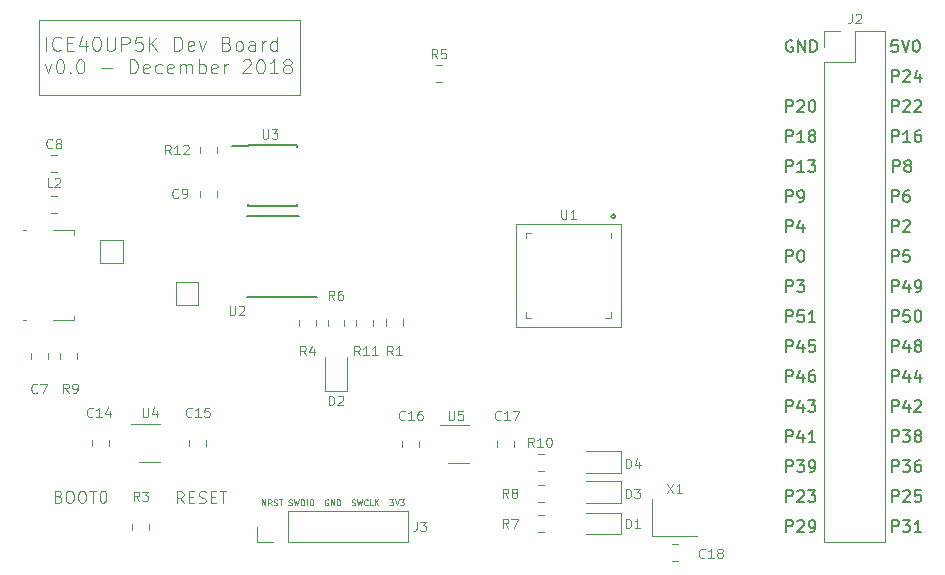
<source format=gto>
G04 #@! TF.GenerationSoftware,KiCad,Pcbnew,5.0.1-33cea8e~68~ubuntu18.04.1*
G04 #@! TF.CreationDate,2018-12-16T18:27:52+03:00*
G04 #@! TF.ProjectId,up5k_v0,7570356B5F76302E6B696361645F7063,rev?*
G04 #@! TF.SameCoordinates,Original*
G04 #@! TF.FileFunction,Legend,Top*
G04 #@! TF.FilePolarity,Positive*
%FSLAX46Y46*%
G04 Gerber Fmt 4.6, Leading zero omitted, Abs format (unit mm)*
G04 Created by KiCad (PCBNEW 5.0.1-33cea8e~68~ubuntu18.04.1) date Paz 16 Ara 2018 18:27:52 +03*
%MOMM*%
%LPD*%
G01*
G04 APERTURE LIST*
%ADD10C,0.100000*%
%ADD11C,0.150000*%
%ADD12C,0.080000*%
%ADD13C,0.200000*%
%ADD14C,0.120000*%
G04 APERTURE END LIST*
D10*
X134945619Y-107233980D02*
X134612285Y-106757790D01*
X134374190Y-107233980D02*
X134374190Y-106233980D01*
X134755142Y-106233980D01*
X134850380Y-106281600D01*
X134898000Y-106329219D01*
X134945619Y-106424457D01*
X134945619Y-106567314D01*
X134898000Y-106662552D01*
X134850380Y-106710171D01*
X134755142Y-106757790D01*
X134374190Y-106757790D01*
X135374190Y-106710171D02*
X135707523Y-106710171D01*
X135850380Y-107233980D02*
X135374190Y-107233980D01*
X135374190Y-106233980D01*
X135850380Y-106233980D01*
X136231333Y-107186361D02*
X136374190Y-107233980D01*
X136612285Y-107233980D01*
X136707523Y-107186361D01*
X136755142Y-107138742D01*
X136802761Y-107043504D01*
X136802761Y-106948266D01*
X136755142Y-106853028D01*
X136707523Y-106805409D01*
X136612285Y-106757790D01*
X136421809Y-106710171D01*
X136326571Y-106662552D01*
X136278952Y-106614933D01*
X136231333Y-106519695D01*
X136231333Y-106424457D01*
X136278952Y-106329219D01*
X136326571Y-106281600D01*
X136421809Y-106233980D01*
X136659904Y-106233980D01*
X136802761Y-106281600D01*
X137231333Y-106710171D02*
X137564666Y-106710171D01*
X137707523Y-107233980D02*
X137231333Y-107233980D01*
X137231333Y-106233980D01*
X137707523Y-106233980D01*
X137993238Y-106233980D02*
X138564666Y-106233980D01*
X138278952Y-107233980D02*
X138278952Y-106233980D01*
X124353866Y-106659371D02*
X124496723Y-106706990D01*
X124544342Y-106754609D01*
X124591961Y-106849847D01*
X124591961Y-106992704D01*
X124544342Y-107087942D01*
X124496723Y-107135561D01*
X124401485Y-107183180D01*
X124020533Y-107183180D01*
X124020533Y-106183180D01*
X124353866Y-106183180D01*
X124449104Y-106230800D01*
X124496723Y-106278419D01*
X124544342Y-106373657D01*
X124544342Y-106468895D01*
X124496723Y-106564133D01*
X124449104Y-106611752D01*
X124353866Y-106659371D01*
X124020533Y-106659371D01*
X125211009Y-106183180D02*
X125401485Y-106183180D01*
X125496723Y-106230800D01*
X125591961Y-106326038D01*
X125639580Y-106516514D01*
X125639580Y-106849847D01*
X125591961Y-107040323D01*
X125496723Y-107135561D01*
X125401485Y-107183180D01*
X125211009Y-107183180D01*
X125115771Y-107135561D01*
X125020533Y-107040323D01*
X124972914Y-106849847D01*
X124972914Y-106516514D01*
X125020533Y-106326038D01*
X125115771Y-106230800D01*
X125211009Y-106183180D01*
X126258628Y-106183180D02*
X126449104Y-106183180D01*
X126544342Y-106230800D01*
X126639580Y-106326038D01*
X126687200Y-106516514D01*
X126687200Y-106849847D01*
X126639580Y-107040323D01*
X126544342Y-107135561D01*
X126449104Y-107183180D01*
X126258628Y-107183180D01*
X126163390Y-107135561D01*
X126068152Y-107040323D01*
X126020533Y-106849847D01*
X126020533Y-106516514D01*
X126068152Y-106326038D01*
X126163390Y-106230800D01*
X126258628Y-106183180D01*
X126972914Y-106183180D02*
X127544342Y-106183180D01*
X127258628Y-107183180D02*
X127258628Y-106183180D01*
X128068152Y-106183180D02*
X128163390Y-106183180D01*
X128258628Y-106230800D01*
X128306247Y-106278419D01*
X128353866Y-106373657D01*
X128401485Y-106564133D01*
X128401485Y-106802228D01*
X128353866Y-106992704D01*
X128306247Y-107087942D01*
X128258628Y-107135561D01*
X128163390Y-107183180D01*
X128068152Y-107183180D01*
X127972914Y-107135561D01*
X127925295Y-107087942D01*
X127877676Y-106992704D01*
X127830057Y-106802228D01*
X127830057Y-106564133D01*
X127877676Y-106373657D01*
X127925295Y-106278419D01*
X127972914Y-106230800D01*
X128068152Y-106183180D01*
X163068000Y-92329000D02*
X163068000Y-83566000D01*
X171958000Y-92329000D02*
X163068000Y-92329000D01*
X171958000Y-83566000D02*
X171958000Y-92329000D01*
X163068000Y-83566000D02*
X171958000Y-83566000D01*
X144780000Y-66294000D02*
X122682000Y-66294000D01*
X144780000Y-72644000D02*
X144780000Y-66294000D01*
X122682000Y-72644000D02*
X144780000Y-72644000D01*
X122682000Y-66294000D02*
X122682000Y-72644000D01*
X123286714Y-68934857D02*
X123286714Y-67734857D01*
X124543857Y-68820571D02*
X124486714Y-68877714D01*
X124315285Y-68934857D01*
X124201000Y-68934857D01*
X124029571Y-68877714D01*
X123915285Y-68763428D01*
X123858142Y-68649142D01*
X123801000Y-68420571D01*
X123801000Y-68249142D01*
X123858142Y-68020571D01*
X123915285Y-67906285D01*
X124029571Y-67792000D01*
X124201000Y-67734857D01*
X124315285Y-67734857D01*
X124486714Y-67792000D01*
X124543857Y-67849142D01*
X125058142Y-68306285D02*
X125458142Y-68306285D01*
X125629571Y-68934857D02*
X125058142Y-68934857D01*
X125058142Y-67734857D01*
X125629571Y-67734857D01*
X126658142Y-68134857D02*
X126658142Y-68934857D01*
X126372428Y-67677714D02*
X126086714Y-68534857D01*
X126829571Y-68534857D01*
X127515285Y-67734857D02*
X127629571Y-67734857D01*
X127743857Y-67792000D01*
X127801000Y-67849142D01*
X127858142Y-67963428D01*
X127915285Y-68192000D01*
X127915285Y-68477714D01*
X127858142Y-68706285D01*
X127801000Y-68820571D01*
X127743857Y-68877714D01*
X127629571Y-68934857D01*
X127515285Y-68934857D01*
X127401000Y-68877714D01*
X127343857Y-68820571D01*
X127286714Y-68706285D01*
X127229571Y-68477714D01*
X127229571Y-68192000D01*
X127286714Y-67963428D01*
X127343857Y-67849142D01*
X127401000Y-67792000D01*
X127515285Y-67734857D01*
X128429571Y-67734857D02*
X128429571Y-68706285D01*
X128486714Y-68820571D01*
X128543857Y-68877714D01*
X128658142Y-68934857D01*
X128886714Y-68934857D01*
X129001000Y-68877714D01*
X129058142Y-68820571D01*
X129115285Y-68706285D01*
X129115285Y-67734857D01*
X129686714Y-68934857D02*
X129686714Y-67734857D01*
X130143857Y-67734857D01*
X130258142Y-67792000D01*
X130315285Y-67849142D01*
X130372428Y-67963428D01*
X130372428Y-68134857D01*
X130315285Y-68249142D01*
X130258142Y-68306285D01*
X130143857Y-68363428D01*
X129686714Y-68363428D01*
X131458142Y-67734857D02*
X130886714Y-67734857D01*
X130829571Y-68306285D01*
X130886714Y-68249142D01*
X131001000Y-68192000D01*
X131286714Y-68192000D01*
X131401000Y-68249142D01*
X131458142Y-68306285D01*
X131515285Y-68420571D01*
X131515285Y-68706285D01*
X131458142Y-68820571D01*
X131401000Y-68877714D01*
X131286714Y-68934857D01*
X131001000Y-68934857D01*
X130886714Y-68877714D01*
X130829571Y-68820571D01*
X132029571Y-68934857D02*
X132029571Y-67734857D01*
X132715285Y-68934857D02*
X132201000Y-68249142D01*
X132715285Y-67734857D02*
X132029571Y-68420571D01*
X134143857Y-68934857D02*
X134143857Y-67734857D01*
X134429571Y-67734857D01*
X134601000Y-67792000D01*
X134715285Y-67906285D01*
X134772428Y-68020571D01*
X134829571Y-68249142D01*
X134829571Y-68420571D01*
X134772428Y-68649142D01*
X134715285Y-68763428D01*
X134601000Y-68877714D01*
X134429571Y-68934857D01*
X134143857Y-68934857D01*
X135801000Y-68877714D02*
X135686714Y-68934857D01*
X135458142Y-68934857D01*
X135343857Y-68877714D01*
X135286714Y-68763428D01*
X135286714Y-68306285D01*
X135343857Y-68192000D01*
X135458142Y-68134857D01*
X135686714Y-68134857D01*
X135801000Y-68192000D01*
X135858142Y-68306285D01*
X135858142Y-68420571D01*
X135286714Y-68534857D01*
X136258142Y-68134857D02*
X136543857Y-68934857D01*
X136829571Y-68134857D01*
X138601000Y-68306285D02*
X138772428Y-68363428D01*
X138829571Y-68420571D01*
X138886714Y-68534857D01*
X138886714Y-68706285D01*
X138829571Y-68820571D01*
X138772428Y-68877714D01*
X138658142Y-68934857D01*
X138201000Y-68934857D01*
X138201000Y-67734857D01*
X138601000Y-67734857D01*
X138715285Y-67792000D01*
X138772428Y-67849142D01*
X138829571Y-67963428D01*
X138829571Y-68077714D01*
X138772428Y-68192000D01*
X138715285Y-68249142D01*
X138601000Y-68306285D01*
X138201000Y-68306285D01*
X139572428Y-68934857D02*
X139458142Y-68877714D01*
X139401000Y-68820571D01*
X139343857Y-68706285D01*
X139343857Y-68363428D01*
X139401000Y-68249142D01*
X139458142Y-68192000D01*
X139572428Y-68134857D01*
X139743857Y-68134857D01*
X139858142Y-68192000D01*
X139915285Y-68249142D01*
X139972428Y-68363428D01*
X139972428Y-68706285D01*
X139915285Y-68820571D01*
X139858142Y-68877714D01*
X139743857Y-68934857D01*
X139572428Y-68934857D01*
X141001000Y-68934857D02*
X141001000Y-68306285D01*
X140943857Y-68192000D01*
X140829571Y-68134857D01*
X140601000Y-68134857D01*
X140486714Y-68192000D01*
X141001000Y-68877714D02*
X140886714Y-68934857D01*
X140601000Y-68934857D01*
X140486714Y-68877714D01*
X140429571Y-68763428D01*
X140429571Y-68649142D01*
X140486714Y-68534857D01*
X140601000Y-68477714D01*
X140886714Y-68477714D01*
X141001000Y-68420571D01*
X141572428Y-68934857D02*
X141572428Y-68134857D01*
X141572428Y-68363428D02*
X141629571Y-68249142D01*
X141686714Y-68192000D01*
X141801000Y-68134857D01*
X141915285Y-68134857D01*
X142829571Y-68934857D02*
X142829571Y-67734857D01*
X142829571Y-68877714D02*
X142715285Y-68934857D01*
X142486714Y-68934857D01*
X142372428Y-68877714D01*
X142315285Y-68820571D01*
X142258142Y-68706285D01*
X142258142Y-68363428D01*
X142315285Y-68249142D01*
X142372428Y-68192000D01*
X142486714Y-68134857D01*
X142715285Y-68134857D01*
X142829571Y-68192000D01*
X123172428Y-70034857D02*
X123458142Y-70834857D01*
X123743857Y-70034857D01*
X124429571Y-69634857D02*
X124543857Y-69634857D01*
X124658142Y-69692000D01*
X124715285Y-69749142D01*
X124772428Y-69863428D01*
X124829571Y-70092000D01*
X124829571Y-70377714D01*
X124772428Y-70606285D01*
X124715285Y-70720571D01*
X124658142Y-70777714D01*
X124543857Y-70834857D01*
X124429571Y-70834857D01*
X124315285Y-70777714D01*
X124258142Y-70720571D01*
X124201000Y-70606285D01*
X124143857Y-70377714D01*
X124143857Y-70092000D01*
X124201000Y-69863428D01*
X124258142Y-69749142D01*
X124315285Y-69692000D01*
X124429571Y-69634857D01*
X125343857Y-70720571D02*
X125401000Y-70777714D01*
X125343857Y-70834857D01*
X125286714Y-70777714D01*
X125343857Y-70720571D01*
X125343857Y-70834857D01*
X126143857Y-69634857D02*
X126258142Y-69634857D01*
X126372428Y-69692000D01*
X126429571Y-69749142D01*
X126486714Y-69863428D01*
X126543857Y-70092000D01*
X126543857Y-70377714D01*
X126486714Y-70606285D01*
X126429571Y-70720571D01*
X126372428Y-70777714D01*
X126258142Y-70834857D01*
X126143857Y-70834857D01*
X126029571Y-70777714D01*
X125972428Y-70720571D01*
X125915285Y-70606285D01*
X125858142Y-70377714D01*
X125858142Y-70092000D01*
X125915285Y-69863428D01*
X125972428Y-69749142D01*
X126029571Y-69692000D01*
X126143857Y-69634857D01*
X127972428Y-70377714D02*
X128886714Y-70377714D01*
X130372428Y-70834857D02*
X130372428Y-69634857D01*
X130658142Y-69634857D01*
X130829571Y-69692000D01*
X130943857Y-69806285D01*
X131001000Y-69920571D01*
X131058142Y-70149142D01*
X131058142Y-70320571D01*
X131001000Y-70549142D01*
X130943857Y-70663428D01*
X130829571Y-70777714D01*
X130658142Y-70834857D01*
X130372428Y-70834857D01*
X132029571Y-70777714D02*
X131915285Y-70834857D01*
X131686714Y-70834857D01*
X131572428Y-70777714D01*
X131515285Y-70663428D01*
X131515285Y-70206285D01*
X131572428Y-70092000D01*
X131686714Y-70034857D01*
X131915285Y-70034857D01*
X132029571Y-70092000D01*
X132086714Y-70206285D01*
X132086714Y-70320571D01*
X131515285Y-70434857D01*
X133115285Y-70777714D02*
X133001000Y-70834857D01*
X132772428Y-70834857D01*
X132658142Y-70777714D01*
X132601000Y-70720571D01*
X132543857Y-70606285D01*
X132543857Y-70263428D01*
X132601000Y-70149142D01*
X132658142Y-70092000D01*
X132772428Y-70034857D01*
X133001000Y-70034857D01*
X133115285Y-70092000D01*
X134086714Y-70777714D02*
X133972428Y-70834857D01*
X133743857Y-70834857D01*
X133629571Y-70777714D01*
X133572428Y-70663428D01*
X133572428Y-70206285D01*
X133629571Y-70092000D01*
X133743857Y-70034857D01*
X133972428Y-70034857D01*
X134086714Y-70092000D01*
X134143857Y-70206285D01*
X134143857Y-70320571D01*
X133572428Y-70434857D01*
X134658142Y-70834857D02*
X134658142Y-70034857D01*
X134658142Y-70149142D02*
X134715285Y-70092000D01*
X134829571Y-70034857D01*
X135001000Y-70034857D01*
X135115285Y-70092000D01*
X135172428Y-70206285D01*
X135172428Y-70834857D01*
X135172428Y-70206285D02*
X135229571Y-70092000D01*
X135343857Y-70034857D01*
X135515285Y-70034857D01*
X135629571Y-70092000D01*
X135686714Y-70206285D01*
X135686714Y-70834857D01*
X136258142Y-70834857D02*
X136258142Y-69634857D01*
X136258142Y-70092000D02*
X136372428Y-70034857D01*
X136601000Y-70034857D01*
X136715285Y-70092000D01*
X136772428Y-70149142D01*
X136829571Y-70263428D01*
X136829571Y-70606285D01*
X136772428Y-70720571D01*
X136715285Y-70777714D01*
X136601000Y-70834857D01*
X136372428Y-70834857D01*
X136258142Y-70777714D01*
X137801000Y-70777714D02*
X137686714Y-70834857D01*
X137458142Y-70834857D01*
X137343857Y-70777714D01*
X137286714Y-70663428D01*
X137286714Y-70206285D01*
X137343857Y-70092000D01*
X137458142Y-70034857D01*
X137686714Y-70034857D01*
X137801000Y-70092000D01*
X137858142Y-70206285D01*
X137858142Y-70320571D01*
X137286714Y-70434857D01*
X138372428Y-70834857D02*
X138372428Y-70034857D01*
X138372428Y-70263428D02*
X138429571Y-70149142D01*
X138486714Y-70092000D01*
X138601000Y-70034857D01*
X138715285Y-70034857D01*
X139972428Y-69749142D02*
X140029571Y-69692000D01*
X140143857Y-69634857D01*
X140429571Y-69634857D01*
X140543857Y-69692000D01*
X140601000Y-69749142D01*
X140658142Y-69863428D01*
X140658142Y-69977714D01*
X140601000Y-70149142D01*
X139915285Y-70834857D01*
X140658142Y-70834857D01*
X141401000Y-69634857D02*
X141515285Y-69634857D01*
X141629571Y-69692000D01*
X141686714Y-69749142D01*
X141743857Y-69863428D01*
X141801000Y-70092000D01*
X141801000Y-70377714D01*
X141743857Y-70606285D01*
X141686714Y-70720571D01*
X141629571Y-70777714D01*
X141515285Y-70834857D01*
X141401000Y-70834857D01*
X141286714Y-70777714D01*
X141229571Y-70720571D01*
X141172428Y-70606285D01*
X141115285Y-70377714D01*
X141115285Y-70092000D01*
X141172428Y-69863428D01*
X141229571Y-69749142D01*
X141286714Y-69692000D01*
X141401000Y-69634857D01*
X142943857Y-70834857D02*
X142258142Y-70834857D01*
X142601000Y-70834857D02*
X142601000Y-69634857D01*
X142486714Y-69806285D01*
X142372428Y-69920571D01*
X142258142Y-69977714D01*
X143629571Y-70149142D02*
X143515285Y-70092000D01*
X143458142Y-70034857D01*
X143401000Y-69920571D01*
X143401000Y-69863428D01*
X143458142Y-69749142D01*
X143515285Y-69692000D01*
X143629571Y-69634857D01*
X143858142Y-69634857D01*
X143972428Y-69692000D01*
X144029571Y-69749142D01*
X144086714Y-69863428D01*
X144086714Y-69920571D01*
X144029571Y-70034857D01*
X143972428Y-70092000D01*
X143858142Y-70149142D01*
X143629571Y-70149142D01*
X143515285Y-70206285D01*
X143458142Y-70263428D01*
X143401000Y-70377714D01*
X143401000Y-70606285D01*
X143458142Y-70720571D01*
X143515285Y-70777714D01*
X143629571Y-70834857D01*
X143858142Y-70834857D01*
X143972428Y-70777714D01*
X144029571Y-70720571D01*
X144086714Y-70606285D01*
X144086714Y-70377714D01*
X144029571Y-70263428D01*
X143972428Y-70206285D01*
X143858142Y-70149142D01*
D11*
X186490095Y-68080000D02*
X186394857Y-68032380D01*
X186252000Y-68032380D01*
X186109142Y-68080000D01*
X186013904Y-68175238D01*
X185966285Y-68270476D01*
X185918666Y-68460952D01*
X185918666Y-68603809D01*
X185966285Y-68794285D01*
X186013904Y-68889523D01*
X186109142Y-68984761D01*
X186252000Y-69032380D01*
X186347238Y-69032380D01*
X186490095Y-68984761D01*
X186537714Y-68937142D01*
X186537714Y-68603809D01*
X186347238Y-68603809D01*
X186966285Y-69032380D02*
X186966285Y-68032380D01*
X187537714Y-69032380D01*
X187537714Y-68032380D01*
X188013904Y-69032380D02*
X188013904Y-68032380D01*
X188252000Y-68032380D01*
X188394857Y-68080000D01*
X188490095Y-68175238D01*
X188537714Y-68270476D01*
X188585333Y-68460952D01*
X188585333Y-68603809D01*
X188537714Y-68794285D01*
X188490095Y-68889523D01*
X188394857Y-68984761D01*
X188252000Y-69032380D01*
X188013904Y-69032380D01*
X195403904Y-68032380D02*
X194927713Y-68032380D01*
X194880094Y-68508571D01*
X194927713Y-68460952D01*
X195022951Y-68413333D01*
X195261047Y-68413333D01*
X195356285Y-68460952D01*
X195403904Y-68508571D01*
X195451523Y-68603809D01*
X195451523Y-68841904D01*
X195403904Y-68937142D01*
X195356285Y-68984761D01*
X195261047Y-69032380D01*
X195022951Y-69032380D01*
X194927713Y-68984761D01*
X194880094Y-68937142D01*
X195737237Y-68032380D02*
X196070571Y-69032380D01*
X196403904Y-68032380D01*
X196927713Y-68032380D02*
X197022951Y-68032380D01*
X197118190Y-68080000D01*
X197165809Y-68127619D01*
X197213428Y-68222857D01*
X197261047Y-68413333D01*
X197261047Y-68651428D01*
X197213428Y-68841904D01*
X197165809Y-68937142D01*
X197118190Y-68984761D01*
X197022951Y-69032380D01*
X196927713Y-69032380D01*
X196832475Y-68984761D01*
X196784856Y-68937142D01*
X196737237Y-68841904D01*
X196689618Y-68651428D01*
X196689618Y-68413333D01*
X196737237Y-68222857D01*
X196784856Y-68127619D01*
X196832475Y-68080000D01*
X196927713Y-68032380D01*
X194927714Y-71572380D02*
X194927714Y-70572380D01*
X195308666Y-70572380D01*
X195403904Y-70620000D01*
X195451523Y-70667619D01*
X195499142Y-70762857D01*
X195499142Y-70905714D01*
X195451523Y-71000952D01*
X195403904Y-71048571D01*
X195308666Y-71096190D01*
X194927714Y-71096190D01*
X195880095Y-70667619D02*
X195927714Y-70620000D01*
X196022952Y-70572380D01*
X196261047Y-70572380D01*
X196356285Y-70620000D01*
X196403904Y-70667619D01*
X196451523Y-70762857D01*
X196451523Y-70858095D01*
X196403904Y-71000952D01*
X195832476Y-71572380D01*
X196451523Y-71572380D01*
X197308666Y-70905714D02*
X197308666Y-71572380D01*
X197070571Y-70524761D02*
X196832476Y-71239047D01*
X197451523Y-71239047D01*
X185966286Y-102052380D02*
X185966286Y-101052380D01*
X186347238Y-101052380D01*
X186442476Y-101100000D01*
X186490095Y-101147619D01*
X186537714Y-101242857D01*
X186537714Y-101385714D01*
X186490095Y-101480952D01*
X186442476Y-101528571D01*
X186347238Y-101576190D01*
X185966286Y-101576190D01*
X187394857Y-101385714D02*
X187394857Y-102052380D01*
X187156762Y-101004761D02*
X186918667Y-101719047D01*
X187537714Y-101719047D01*
X188442476Y-102052380D02*
X187871048Y-102052380D01*
X188156762Y-102052380D02*
X188156762Y-101052380D01*
X188061524Y-101195238D01*
X187966286Y-101290476D01*
X187871048Y-101338095D01*
X185966286Y-84272380D02*
X185966286Y-83272380D01*
X186347238Y-83272380D01*
X186442476Y-83320000D01*
X186490095Y-83367619D01*
X186537714Y-83462857D01*
X186537714Y-83605714D01*
X186490095Y-83700952D01*
X186442476Y-83748571D01*
X186347238Y-83796190D01*
X185966286Y-83796190D01*
X187394857Y-83605714D02*
X187394857Y-84272380D01*
X187156762Y-83224761D02*
X186918667Y-83939047D01*
X187537714Y-83939047D01*
X185966286Y-79192380D02*
X185966286Y-78192380D01*
X186347238Y-78192380D01*
X186442476Y-78240000D01*
X186490095Y-78287619D01*
X186537714Y-78382857D01*
X186537714Y-78525714D01*
X186490095Y-78620952D01*
X186442476Y-78668571D01*
X186347238Y-78716190D01*
X185966286Y-78716190D01*
X187490095Y-79192380D02*
X186918667Y-79192380D01*
X187204381Y-79192380D02*
X187204381Y-78192380D01*
X187109143Y-78335238D01*
X187013905Y-78430476D01*
X186918667Y-78478095D01*
X187823429Y-78192380D02*
X188442476Y-78192380D01*
X188109143Y-78573333D01*
X188252000Y-78573333D01*
X188347238Y-78620952D01*
X188394857Y-78668571D01*
X188442476Y-78763809D01*
X188442476Y-79001904D01*
X188394857Y-79097142D01*
X188347238Y-79144761D01*
X188252000Y-79192380D01*
X187966286Y-79192380D01*
X187871048Y-79144761D01*
X187823429Y-79097142D01*
X185966286Y-81732380D02*
X185966286Y-80732380D01*
X186347238Y-80732380D01*
X186442476Y-80780000D01*
X186490095Y-80827619D01*
X186537714Y-80922857D01*
X186537714Y-81065714D01*
X186490095Y-81160952D01*
X186442476Y-81208571D01*
X186347238Y-81256190D01*
X185966286Y-81256190D01*
X187013905Y-81732380D02*
X187204381Y-81732380D01*
X187299619Y-81684761D01*
X187347238Y-81637142D01*
X187442476Y-81494285D01*
X187490095Y-81303809D01*
X187490095Y-80922857D01*
X187442476Y-80827619D01*
X187394857Y-80780000D01*
X187299619Y-80732380D01*
X187109143Y-80732380D01*
X187013905Y-80780000D01*
X186966286Y-80827619D01*
X186918667Y-80922857D01*
X186918667Y-81160952D01*
X186966286Y-81256190D01*
X187013905Y-81303809D01*
X187109143Y-81351428D01*
X187299619Y-81351428D01*
X187394857Y-81303809D01*
X187442476Y-81256190D01*
X187490095Y-81160952D01*
X185966286Y-86812380D02*
X185966286Y-85812380D01*
X186347238Y-85812380D01*
X186442476Y-85860000D01*
X186490095Y-85907619D01*
X186537714Y-86002857D01*
X186537714Y-86145714D01*
X186490095Y-86240952D01*
X186442476Y-86288571D01*
X186347238Y-86336190D01*
X185966286Y-86336190D01*
X187156762Y-85812380D02*
X187252000Y-85812380D01*
X187347238Y-85860000D01*
X187394857Y-85907619D01*
X187442476Y-86002857D01*
X187490095Y-86193333D01*
X187490095Y-86431428D01*
X187442476Y-86621904D01*
X187394857Y-86717142D01*
X187347238Y-86764761D01*
X187252000Y-86812380D01*
X187156762Y-86812380D01*
X187061524Y-86764761D01*
X187013905Y-86717142D01*
X186966286Y-86621904D01*
X186918667Y-86431428D01*
X186918667Y-86193333D01*
X186966286Y-86002857D01*
X187013905Y-85907619D01*
X187061524Y-85860000D01*
X187156762Y-85812380D01*
X185966286Y-74112380D02*
X185966286Y-73112380D01*
X186347238Y-73112380D01*
X186442476Y-73160000D01*
X186490095Y-73207619D01*
X186537714Y-73302857D01*
X186537714Y-73445714D01*
X186490095Y-73540952D01*
X186442476Y-73588571D01*
X186347238Y-73636190D01*
X185966286Y-73636190D01*
X186918667Y-73207619D02*
X186966286Y-73160000D01*
X187061524Y-73112380D01*
X187299619Y-73112380D01*
X187394857Y-73160000D01*
X187442476Y-73207619D01*
X187490095Y-73302857D01*
X187490095Y-73398095D01*
X187442476Y-73540952D01*
X186871048Y-74112380D01*
X187490095Y-74112380D01*
X188109143Y-73112380D02*
X188204381Y-73112380D01*
X188299619Y-73160000D01*
X188347238Y-73207619D01*
X188394857Y-73302857D01*
X188442476Y-73493333D01*
X188442476Y-73731428D01*
X188394857Y-73921904D01*
X188347238Y-74017142D01*
X188299619Y-74064761D01*
X188204381Y-74112380D01*
X188109143Y-74112380D01*
X188013905Y-74064761D01*
X187966286Y-74017142D01*
X187918667Y-73921904D01*
X187871048Y-73731428D01*
X187871048Y-73493333D01*
X187918667Y-73302857D01*
X187966286Y-73207619D01*
X188013905Y-73160000D01*
X188109143Y-73112380D01*
X185966286Y-107132380D02*
X185966286Y-106132380D01*
X186347238Y-106132380D01*
X186442476Y-106180000D01*
X186490095Y-106227619D01*
X186537714Y-106322857D01*
X186537714Y-106465714D01*
X186490095Y-106560952D01*
X186442476Y-106608571D01*
X186347238Y-106656190D01*
X185966286Y-106656190D01*
X186918667Y-106227619D02*
X186966286Y-106180000D01*
X187061524Y-106132380D01*
X187299619Y-106132380D01*
X187394857Y-106180000D01*
X187442476Y-106227619D01*
X187490095Y-106322857D01*
X187490095Y-106418095D01*
X187442476Y-106560952D01*
X186871048Y-107132380D01*
X187490095Y-107132380D01*
X187823429Y-106132380D02*
X188442476Y-106132380D01*
X188109143Y-106513333D01*
X188252000Y-106513333D01*
X188347238Y-106560952D01*
X188394857Y-106608571D01*
X188442476Y-106703809D01*
X188442476Y-106941904D01*
X188394857Y-107037142D01*
X188347238Y-107084761D01*
X188252000Y-107132380D01*
X187966286Y-107132380D01*
X187871048Y-107084761D01*
X187823429Y-107037142D01*
X185966286Y-109672380D02*
X185966286Y-108672380D01*
X186347238Y-108672380D01*
X186442476Y-108720000D01*
X186490095Y-108767619D01*
X186537714Y-108862857D01*
X186537714Y-109005714D01*
X186490095Y-109100952D01*
X186442476Y-109148571D01*
X186347238Y-109196190D01*
X185966286Y-109196190D01*
X186918667Y-108767619D02*
X186966286Y-108720000D01*
X187061524Y-108672380D01*
X187299619Y-108672380D01*
X187394857Y-108720000D01*
X187442476Y-108767619D01*
X187490095Y-108862857D01*
X187490095Y-108958095D01*
X187442476Y-109100952D01*
X186871048Y-109672380D01*
X187490095Y-109672380D01*
X187966286Y-109672380D02*
X188156762Y-109672380D01*
X188252000Y-109624761D01*
X188299619Y-109577142D01*
X188394857Y-109434285D01*
X188442476Y-109243809D01*
X188442476Y-108862857D01*
X188394857Y-108767619D01*
X188347238Y-108720000D01*
X188252000Y-108672380D01*
X188061524Y-108672380D01*
X187966286Y-108720000D01*
X187918667Y-108767619D01*
X187871048Y-108862857D01*
X187871048Y-109100952D01*
X187918667Y-109196190D01*
X187966286Y-109243809D01*
X188061524Y-109291428D01*
X188252000Y-109291428D01*
X188347238Y-109243809D01*
X188394857Y-109196190D01*
X188442476Y-109100952D01*
X185966286Y-96972380D02*
X185966286Y-95972380D01*
X186347238Y-95972380D01*
X186442476Y-96020000D01*
X186490095Y-96067619D01*
X186537714Y-96162857D01*
X186537714Y-96305714D01*
X186490095Y-96400952D01*
X186442476Y-96448571D01*
X186347238Y-96496190D01*
X185966286Y-96496190D01*
X187394857Y-96305714D02*
X187394857Y-96972380D01*
X187156762Y-95924761D02*
X186918667Y-96639047D01*
X187537714Y-96639047D01*
X188347238Y-95972380D02*
X188156762Y-95972380D01*
X188061524Y-96020000D01*
X188013905Y-96067619D01*
X187918667Y-96210476D01*
X187871048Y-96400952D01*
X187871048Y-96781904D01*
X187918667Y-96877142D01*
X187966286Y-96924761D01*
X188061524Y-96972380D01*
X188252000Y-96972380D01*
X188347238Y-96924761D01*
X188394857Y-96877142D01*
X188442476Y-96781904D01*
X188442476Y-96543809D01*
X188394857Y-96448571D01*
X188347238Y-96400952D01*
X188252000Y-96353333D01*
X188061524Y-96353333D01*
X187966286Y-96400952D01*
X187918667Y-96448571D01*
X187871048Y-96543809D01*
X185966286Y-91892380D02*
X185966286Y-90892380D01*
X186347238Y-90892380D01*
X186442476Y-90940000D01*
X186490095Y-90987619D01*
X186537714Y-91082857D01*
X186537714Y-91225714D01*
X186490095Y-91320952D01*
X186442476Y-91368571D01*
X186347238Y-91416190D01*
X185966286Y-91416190D01*
X187442476Y-90892380D02*
X186966286Y-90892380D01*
X186918667Y-91368571D01*
X186966286Y-91320952D01*
X187061524Y-91273333D01*
X187299619Y-91273333D01*
X187394857Y-91320952D01*
X187442476Y-91368571D01*
X187490095Y-91463809D01*
X187490095Y-91701904D01*
X187442476Y-91797142D01*
X187394857Y-91844761D01*
X187299619Y-91892380D01*
X187061524Y-91892380D01*
X186966286Y-91844761D01*
X186918667Y-91797142D01*
X188442476Y-91892380D02*
X187871048Y-91892380D01*
X188156762Y-91892380D02*
X188156762Y-90892380D01*
X188061524Y-91035238D01*
X187966286Y-91130476D01*
X187871048Y-91178095D01*
X185966286Y-104592380D02*
X185966286Y-103592380D01*
X186347238Y-103592380D01*
X186442476Y-103640000D01*
X186490095Y-103687619D01*
X186537714Y-103782857D01*
X186537714Y-103925714D01*
X186490095Y-104020952D01*
X186442476Y-104068571D01*
X186347238Y-104116190D01*
X185966286Y-104116190D01*
X186871048Y-103592380D02*
X187490095Y-103592380D01*
X187156762Y-103973333D01*
X187299619Y-103973333D01*
X187394857Y-104020952D01*
X187442476Y-104068571D01*
X187490095Y-104163809D01*
X187490095Y-104401904D01*
X187442476Y-104497142D01*
X187394857Y-104544761D01*
X187299619Y-104592380D01*
X187013905Y-104592380D01*
X186918667Y-104544761D01*
X186871048Y-104497142D01*
X187966286Y-104592380D02*
X188156762Y-104592380D01*
X188252000Y-104544761D01*
X188299619Y-104497142D01*
X188394857Y-104354285D01*
X188442476Y-104163809D01*
X188442476Y-103782857D01*
X188394857Y-103687619D01*
X188347238Y-103640000D01*
X188252000Y-103592380D01*
X188061524Y-103592380D01*
X187966286Y-103640000D01*
X187918667Y-103687619D01*
X187871048Y-103782857D01*
X187871048Y-104020952D01*
X187918667Y-104116190D01*
X187966286Y-104163809D01*
X188061524Y-104211428D01*
X188252000Y-104211428D01*
X188347238Y-104163809D01*
X188394857Y-104116190D01*
X188442476Y-104020952D01*
X185966286Y-89352380D02*
X185966286Y-88352380D01*
X186347238Y-88352380D01*
X186442476Y-88400000D01*
X186490095Y-88447619D01*
X186537714Y-88542857D01*
X186537714Y-88685714D01*
X186490095Y-88780952D01*
X186442476Y-88828571D01*
X186347238Y-88876190D01*
X185966286Y-88876190D01*
X186871048Y-88352380D02*
X187490095Y-88352380D01*
X187156762Y-88733333D01*
X187299619Y-88733333D01*
X187394857Y-88780952D01*
X187442476Y-88828571D01*
X187490095Y-88923809D01*
X187490095Y-89161904D01*
X187442476Y-89257142D01*
X187394857Y-89304761D01*
X187299619Y-89352380D01*
X187013905Y-89352380D01*
X186918667Y-89304761D01*
X186871048Y-89257142D01*
X185966286Y-94432380D02*
X185966286Y-93432380D01*
X186347238Y-93432380D01*
X186442476Y-93480000D01*
X186490095Y-93527619D01*
X186537714Y-93622857D01*
X186537714Y-93765714D01*
X186490095Y-93860952D01*
X186442476Y-93908571D01*
X186347238Y-93956190D01*
X185966286Y-93956190D01*
X187394857Y-93765714D02*
X187394857Y-94432380D01*
X187156762Y-93384761D02*
X186918667Y-94099047D01*
X187537714Y-94099047D01*
X188394857Y-93432380D02*
X187918667Y-93432380D01*
X187871048Y-93908571D01*
X187918667Y-93860952D01*
X188013905Y-93813333D01*
X188252000Y-93813333D01*
X188347238Y-93860952D01*
X188394857Y-93908571D01*
X188442476Y-94003809D01*
X188442476Y-94241904D01*
X188394857Y-94337142D01*
X188347238Y-94384761D01*
X188252000Y-94432380D01*
X188013905Y-94432380D01*
X187918667Y-94384761D01*
X187871048Y-94337142D01*
X185966286Y-76652380D02*
X185966286Y-75652380D01*
X186347238Y-75652380D01*
X186442476Y-75700000D01*
X186490095Y-75747619D01*
X186537714Y-75842857D01*
X186537714Y-75985714D01*
X186490095Y-76080952D01*
X186442476Y-76128571D01*
X186347238Y-76176190D01*
X185966286Y-76176190D01*
X187490095Y-76652380D02*
X186918667Y-76652380D01*
X187204381Y-76652380D02*
X187204381Y-75652380D01*
X187109143Y-75795238D01*
X187013905Y-75890476D01*
X186918667Y-75938095D01*
X188061524Y-76080952D02*
X187966286Y-76033333D01*
X187918667Y-75985714D01*
X187871048Y-75890476D01*
X187871048Y-75842857D01*
X187918667Y-75747619D01*
X187966286Y-75700000D01*
X188061524Y-75652380D01*
X188252000Y-75652380D01*
X188347238Y-75700000D01*
X188394857Y-75747619D01*
X188442476Y-75842857D01*
X188442476Y-75890476D01*
X188394857Y-75985714D01*
X188347238Y-76033333D01*
X188252000Y-76080952D01*
X188061524Y-76080952D01*
X187966286Y-76128571D01*
X187918667Y-76176190D01*
X187871048Y-76271428D01*
X187871048Y-76461904D01*
X187918667Y-76557142D01*
X187966286Y-76604761D01*
X188061524Y-76652380D01*
X188252000Y-76652380D01*
X188347238Y-76604761D01*
X188394857Y-76557142D01*
X188442476Y-76461904D01*
X188442476Y-76271428D01*
X188394857Y-76176190D01*
X188347238Y-76128571D01*
X188252000Y-76080952D01*
X185966286Y-99512380D02*
X185966286Y-98512380D01*
X186347238Y-98512380D01*
X186442476Y-98560000D01*
X186490095Y-98607619D01*
X186537714Y-98702857D01*
X186537714Y-98845714D01*
X186490095Y-98940952D01*
X186442476Y-98988571D01*
X186347238Y-99036190D01*
X185966286Y-99036190D01*
X187394857Y-98845714D02*
X187394857Y-99512380D01*
X187156762Y-98464761D02*
X186918667Y-99179047D01*
X187537714Y-99179047D01*
X187823429Y-98512380D02*
X188442476Y-98512380D01*
X188109143Y-98893333D01*
X188252000Y-98893333D01*
X188347238Y-98940952D01*
X188394857Y-98988571D01*
X188442476Y-99083809D01*
X188442476Y-99321904D01*
X188394857Y-99417142D01*
X188347238Y-99464761D01*
X188252000Y-99512380D01*
X187966286Y-99512380D01*
X187871048Y-99464761D01*
X187823429Y-99417142D01*
X194927714Y-104592380D02*
X194927714Y-103592380D01*
X195308666Y-103592380D01*
X195403904Y-103640000D01*
X195451523Y-103687619D01*
X195499142Y-103782857D01*
X195499142Y-103925714D01*
X195451523Y-104020952D01*
X195403904Y-104068571D01*
X195308666Y-104116190D01*
X194927714Y-104116190D01*
X195832476Y-103592380D02*
X196451523Y-103592380D01*
X196118190Y-103973333D01*
X196261047Y-103973333D01*
X196356285Y-104020952D01*
X196403904Y-104068571D01*
X196451523Y-104163809D01*
X196451523Y-104401904D01*
X196403904Y-104497142D01*
X196356285Y-104544761D01*
X196261047Y-104592380D01*
X195975333Y-104592380D01*
X195880095Y-104544761D01*
X195832476Y-104497142D01*
X197308666Y-103592380D02*
X197118190Y-103592380D01*
X197022952Y-103640000D01*
X196975333Y-103687619D01*
X196880095Y-103830476D01*
X196832476Y-104020952D01*
X196832476Y-104401904D01*
X196880095Y-104497142D01*
X196927714Y-104544761D01*
X197022952Y-104592380D01*
X197213428Y-104592380D01*
X197308666Y-104544761D01*
X197356285Y-104497142D01*
X197403904Y-104401904D01*
X197403904Y-104163809D01*
X197356285Y-104068571D01*
X197308666Y-104020952D01*
X197213428Y-103973333D01*
X197022952Y-103973333D01*
X196927714Y-104020952D01*
X196880095Y-104068571D01*
X196832476Y-104163809D01*
X194927714Y-99512380D02*
X194927714Y-98512380D01*
X195308666Y-98512380D01*
X195403904Y-98560000D01*
X195451523Y-98607619D01*
X195499142Y-98702857D01*
X195499142Y-98845714D01*
X195451523Y-98940952D01*
X195403904Y-98988571D01*
X195308666Y-99036190D01*
X194927714Y-99036190D01*
X196356285Y-98845714D02*
X196356285Y-99512380D01*
X196118190Y-98464761D02*
X195880095Y-99179047D01*
X196499142Y-99179047D01*
X196832476Y-98607619D02*
X196880095Y-98560000D01*
X196975333Y-98512380D01*
X197213428Y-98512380D01*
X197308666Y-98560000D01*
X197356285Y-98607619D01*
X197403904Y-98702857D01*
X197403904Y-98798095D01*
X197356285Y-98940952D01*
X196784857Y-99512380D01*
X197403904Y-99512380D01*
X194927714Y-102052380D02*
X194927714Y-101052380D01*
X195308666Y-101052380D01*
X195403904Y-101100000D01*
X195451523Y-101147619D01*
X195499142Y-101242857D01*
X195499142Y-101385714D01*
X195451523Y-101480952D01*
X195403904Y-101528571D01*
X195308666Y-101576190D01*
X194927714Y-101576190D01*
X195832476Y-101052380D02*
X196451523Y-101052380D01*
X196118190Y-101433333D01*
X196261047Y-101433333D01*
X196356285Y-101480952D01*
X196403904Y-101528571D01*
X196451523Y-101623809D01*
X196451523Y-101861904D01*
X196403904Y-101957142D01*
X196356285Y-102004761D01*
X196261047Y-102052380D01*
X195975333Y-102052380D01*
X195880095Y-102004761D01*
X195832476Y-101957142D01*
X197022952Y-101480952D02*
X196927714Y-101433333D01*
X196880095Y-101385714D01*
X196832476Y-101290476D01*
X196832476Y-101242857D01*
X196880095Y-101147619D01*
X196927714Y-101100000D01*
X197022952Y-101052380D01*
X197213428Y-101052380D01*
X197308666Y-101100000D01*
X197356285Y-101147619D01*
X197403904Y-101242857D01*
X197403904Y-101290476D01*
X197356285Y-101385714D01*
X197308666Y-101433333D01*
X197213428Y-101480952D01*
X197022952Y-101480952D01*
X196927714Y-101528571D01*
X196880095Y-101576190D01*
X196832476Y-101671428D01*
X196832476Y-101861904D01*
X196880095Y-101957142D01*
X196927714Y-102004761D01*
X197022952Y-102052380D01*
X197213428Y-102052380D01*
X197308666Y-102004761D01*
X197356285Y-101957142D01*
X197403904Y-101861904D01*
X197403904Y-101671428D01*
X197356285Y-101576190D01*
X197308666Y-101528571D01*
X197213428Y-101480952D01*
X194927714Y-107132380D02*
X194927714Y-106132380D01*
X195308666Y-106132380D01*
X195403904Y-106180000D01*
X195451523Y-106227619D01*
X195499142Y-106322857D01*
X195499142Y-106465714D01*
X195451523Y-106560952D01*
X195403904Y-106608571D01*
X195308666Y-106656190D01*
X194927714Y-106656190D01*
X195880095Y-106227619D02*
X195927714Y-106180000D01*
X196022952Y-106132380D01*
X196261047Y-106132380D01*
X196356285Y-106180000D01*
X196403904Y-106227619D01*
X196451523Y-106322857D01*
X196451523Y-106418095D01*
X196403904Y-106560952D01*
X195832476Y-107132380D01*
X196451523Y-107132380D01*
X197356285Y-106132380D02*
X196880095Y-106132380D01*
X196832476Y-106608571D01*
X196880095Y-106560952D01*
X196975333Y-106513333D01*
X197213428Y-106513333D01*
X197308666Y-106560952D01*
X197356285Y-106608571D01*
X197403904Y-106703809D01*
X197403904Y-106941904D01*
X197356285Y-107037142D01*
X197308666Y-107084761D01*
X197213428Y-107132380D01*
X196975333Y-107132380D01*
X196880095Y-107084761D01*
X196832476Y-107037142D01*
X194927714Y-94432380D02*
X194927714Y-93432380D01*
X195308666Y-93432380D01*
X195403904Y-93480000D01*
X195451523Y-93527619D01*
X195499142Y-93622857D01*
X195499142Y-93765714D01*
X195451523Y-93860952D01*
X195403904Y-93908571D01*
X195308666Y-93956190D01*
X194927714Y-93956190D01*
X196356285Y-93765714D02*
X196356285Y-94432380D01*
X196118190Y-93384761D02*
X195880095Y-94099047D01*
X196499142Y-94099047D01*
X197022952Y-93860952D02*
X196927714Y-93813333D01*
X196880095Y-93765714D01*
X196832476Y-93670476D01*
X196832476Y-93622857D01*
X196880095Y-93527619D01*
X196927714Y-93480000D01*
X197022952Y-93432380D01*
X197213428Y-93432380D01*
X197308666Y-93480000D01*
X197356285Y-93527619D01*
X197403904Y-93622857D01*
X197403904Y-93670476D01*
X197356285Y-93765714D01*
X197308666Y-93813333D01*
X197213428Y-93860952D01*
X197022952Y-93860952D01*
X196927714Y-93908571D01*
X196880095Y-93956190D01*
X196832476Y-94051428D01*
X196832476Y-94241904D01*
X196880095Y-94337142D01*
X196927714Y-94384761D01*
X197022952Y-94432380D01*
X197213428Y-94432380D01*
X197308666Y-94384761D01*
X197356285Y-94337142D01*
X197403904Y-94241904D01*
X197403904Y-94051428D01*
X197356285Y-93956190D01*
X197308666Y-93908571D01*
X197213428Y-93860952D01*
X194927714Y-109672380D02*
X194927714Y-108672380D01*
X195308666Y-108672380D01*
X195403904Y-108720000D01*
X195451523Y-108767619D01*
X195499142Y-108862857D01*
X195499142Y-109005714D01*
X195451523Y-109100952D01*
X195403904Y-109148571D01*
X195308666Y-109196190D01*
X194927714Y-109196190D01*
X195832476Y-108672380D02*
X196451523Y-108672380D01*
X196118190Y-109053333D01*
X196261047Y-109053333D01*
X196356285Y-109100952D01*
X196403904Y-109148571D01*
X196451523Y-109243809D01*
X196451523Y-109481904D01*
X196403904Y-109577142D01*
X196356285Y-109624761D01*
X196261047Y-109672380D01*
X195975333Y-109672380D01*
X195880095Y-109624761D01*
X195832476Y-109577142D01*
X197403904Y-109672380D02*
X196832476Y-109672380D01*
X197118190Y-109672380D02*
X197118190Y-108672380D01*
X197022952Y-108815238D01*
X196927714Y-108910476D01*
X196832476Y-108958095D01*
X194927714Y-96972380D02*
X194927714Y-95972380D01*
X195308666Y-95972380D01*
X195403904Y-96020000D01*
X195451523Y-96067619D01*
X195499142Y-96162857D01*
X195499142Y-96305714D01*
X195451523Y-96400952D01*
X195403904Y-96448571D01*
X195308666Y-96496190D01*
X194927714Y-96496190D01*
X196356285Y-96305714D02*
X196356285Y-96972380D01*
X196118190Y-95924761D02*
X195880095Y-96639047D01*
X196499142Y-96639047D01*
X197308666Y-96305714D02*
X197308666Y-96972380D01*
X197070571Y-95924761D02*
X196832476Y-96639047D01*
X197451523Y-96639047D01*
X194927714Y-89352380D02*
X194927714Y-88352380D01*
X195308666Y-88352380D01*
X195403904Y-88400000D01*
X195451523Y-88447619D01*
X195499142Y-88542857D01*
X195499142Y-88685714D01*
X195451523Y-88780952D01*
X195403904Y-88828571D01*
X195308666Y-88876190D01*
X194927714Y-88876190D01*
X196356285Y-88685714D02*
X196356285Y-89352380D01*
X196118190Y-88304761D02*
X195880095Y-89019047D01*
X196499142Y-89019047D01*
X196927714Y-89352380D02*
X197118190Y-89352380D01*
X197213428Y-89304761D01*
X197261047Y-89257142D01*
X197356285Y-89114285D01*
X197403904Y-88923809D01*
X197403904Y-88542857D01*
X197356285Y-88447619D01*
X197308666Y-88400000D01*
X197213428Y-88352380D01*
X197022952Y-88352380D01*
X196927714Y-88400000D01*
X196880095Y-88447619D01*
X196832476Y-88542857D01*
X196832476Y-88780952D01*
X196880095Y-88876190D01*
X196927714Y-88923809D01*
X197022952Y-88971428D01*
X197213428Y-88971428D01*
X197308666Y-88923809D01*
X197356285Y-88876190D01*
X197403904Y-88780952D01*
X194927714Y-91892380D02*
X194927714Y-90892380D01*
X195308666Y-90892380D01*
X195403904Y-90940000D01*
X195451523Y-90987619D01*
X195499142Y-91082857D01*
X195499142Y-91225714D01*
X195451523Y-91320952D01*
X195403904Y-91368571D01*
X195308666Y-91416190D01*
X194927714Y-91416190D01*
X196403904Y-90892380D02*
X195927714Y-90892380D01*
X195880095Y-91368571D01*
X195927714Y-91320952D01*
X196022952Y-91273333D01*
X196261047Y-91273333D01*
X196356285Y-91320952D01*
X196403904Y-91368571D01*
X196451523Y-91463809D01*
X196451523Y-91701904D01*
X196403904Y-91797142D01*
X196356285Y-91844761D01*
X196261047Y-91892380D01*
X196022952Y-91892380D01*
X195927714Y-91844761D01*
X195880095Y-91797142D01*
X197070571Y-90892380D02*
X197165809Y-90892380D01*
X197261047Y-90940000D01*
X197308666Y-90987619D01*
X197356285Y-91082857D01*
X197403904Y-91273333D01*
X197403904Y-91511428D01*
X197356285Y-91701904D01*
X197308666Y-91797142D01*
X197261047Y-91844761D01*
X197165809Y-91892380D01*
X197070571Y-91892380D01*
X196975333Y-91844761D01*
X196927714Y-91797142D01*
X196880095Y-91701904D01*
X196832476Y-91511428D01*
X196832476Y-91273333D01*
X196880095Y-91082857D01*
X196927714Y-90987619D01*
X196975333Y-90940000D01*
X197070571Y-90892380D01*
X194927713Y-84272380D02*
X194927713Y-83272380D01*
X195308666Y-83272380D01*
X195403904Y-83320000D01*
X195451523Y-83367619D01*
X195499142Y-83462857D01*
X195499142Y-83605714D01*
X195451523Y-83700952D01*
X195403904Y-83748571D01*
X195308666Y-83796190D01*
X194927713Y-83796190D01*
X195880094Y-83367619D02*
X195927713Y-83320000D01*
X196022951Y-83272380D01*
X196261047Y-83272380D01*
X196356285Y-83320000D01*
X196403904Y-83367619D01*
X196451523Y-83462857D01*
X196451523Y-83558095D01*
X196403904Y-83700952D01*
X195832475Y-84272380D01*
X196451523Y-84272380D01*
X194927713Y-86812380D02*
X194927713Y-85812380D01*
X195308666Y-85812380D01*
X195403904Y-85860000D01*
X195451523Y-85907619D01*
X195499142Y-86002857D01*
X195499142Y-86145714D01*
X195451523Y-86240952D01*
X195403904Y-86288571D01*
X195308666Y-86336190D01*
X194927713Y-86336190D01*
X196403904Y-85812380D02*
X195927713Y-85812380D01*
X195880094Y-86288571D01*
X195927713Y-86240952D01*
X196022951Y-86193333D01*
X196261047Y-86193333D01*
X196356285Y-86240952D01*
X196403904Y-86288571D01*
X196451523Y-86383809D01*
X196451523Y-86621904D01*
X196403904Y-86717142D01*
X196356285Y-86764761D01*
X196261047Y-86812380D01*
X196022951Y-86812380D01*
X195927713Y-86764761D01*
X195880094Y-86717142D01*
X195022952Y-79192380D02*
X195022952Y-78192380D01*
X195403904Y-78192380D01*
X195499142Y-78240000D01*
X195546761Y-78287619D01*
X195594380Y-78382857D01*
X195594380Y-78525714D01*
X195546761Y-78620952D01*
X195499142Y-78668571D01*
X195403904Y-78716190D01*
X195022952Y-78716190D01*
X196165809Y-78620952D02*
X196070571Y-78573333D01*
X196022952Y-78525714D01*
X195975333Y-78430476D01*
X195975333Y-78382857D01*
X196022952Y-78287619D01*
X196070571Y-78240000D01*
X196165809Y-78192380D01*
X196356285Y-78192380D01*
X196451523Y-78240000D01*
X196499142Y-78287619D01*
X196546761Y-78382857D01*
X196546761Y-78430476D01*
X196499142Y-78525714D01*
X196451523Y-78573333D01*
X196356285Y-78620952D01*
X196165809Y-78620952D01*
X196070571Y-78668571D01*
X196022952Y-78716190D01*
X195975333Y-78811428D01*
X195975333Y-79001904D01*
X196022952Y-79097142D01*
X196070571Y-79144761D01*
X196165809Y-79192380D01*
X196356285Y-79192380D01*
X196451523Y-79144761D01*
X196499142Y-79097142D01*
X196546761Y-79001904D01*
X196546761Y-78811428D01*
X196499142Y-78716190D01*
X196451523Y-78668571D01*
X196356285Y-78620952D01*
X194927714Y-81732380D02*
X194927714Y-80732380D01*
X195308666Y-80732380D01*
X195403904Y-80780000D01*
X195451523Y-80827619D01*
X195499142Y-80922857D01*
X195499142Y-81065714D01*
X195451523Y-81160952D01*
X195403904Y-81208571D01*
X195308666Y-81256190D01*
X194927714Y-81256190D01*
X196356285Y-80732380D02*
X196165809Y-80732380D01*
X196070571Y-80780000D01*
X196022952Y-80827619D01*
X195927714Y-80970476D01*
X195880095Y-81160952D01*
X195880095Y-81541904D01*
X195927714Y-81637142D01*
X195975333Y-81684761D01*
X196070571Y-81732380D01*
X196261047Y-81732380D01*
X196356285Y-81684761D01*
X196403904Y-81637142D01*
X196451523Y-81541904D01*
X196451523Y-81303809D01*
X196403904Y-81208571D01*
X196356285Y-81160952D01*
X196261047Y-81113333D01*
X196070571Y-81113333D01*
X195975333Y-81160952D01*
X195927714Y-81208571D01*
X195880095Y-81303809D01*
X194927714Y-76652380D02*
X194927714Y-75652380D01*
X195308666Y-75652380D01*
X195403904Y-75700000D01*
X195451523Y-75747619D01*
X195499142Y-75842857D01*
X195499142Y-75985714D01*
X195451523Y-76080952D01*
X195403904Y-76128571D01*
X195308666Y-76176190D01*
X194927714Y-76176190D01*
X196451523Y-76652380D02*
X195880095Y-76652380D01*
X196165809Y-76652380D02*
X196165809Y-75652380D01*
X196070571Y-75795238D01*
X195975333Y-75890476D01*
X195880095Y-75938095D01*
X197308666Y-75652380D02*
X197118190Y-75652380D01*
X197022952Y-75700000D01*
X196975333Y-75747619D01*
X196880095Y-75890476D01*
X196832476Y-76080952D01*
X196832476Y-76461904D01*
X196880095Y-76557142D01*
X196927714Y-76604761D01*
X197022952Y-76652380D01*
X197213428Y-76652380D01*
X197308666Y-76604761D01*
X197356285Y-76557142D01*
X197403904Y-76461904D01*
X197403904Y-76223809D01*
X197356285Y-76128571D01*
X197308666Y-76080952D01*
X197213428Y-76033333D01*
X197022952Y-76033333D01*
X196927714Y-76080952D01*
X196880095Y-76128571D01*
X196832476Y-76223809D01*
X194927714Y-74112380D02*
X194927714Y-73112380D01*
X195308666Y-73112380D01*
X195403904Y-73160000D01*
X195451523Y-73207619D01*
X195499142Y-73302857D01*
X195499142Y-73445714D01*
X195451523Y-73540952D01*
X195403904Y-73588571D01*
X195308666Y-73636190D01*
X194927714Y-73636190D01*
X195880095Y-73207619D02*
X195927714Y-73160000D01*
X196022952Y-73112380D01*
X196261047Y-73112380D01*
X196356285Y-73160000D01*
X196403904Y-73207619D01*
X196451523Y-73302857D01*
X196451523Y-73398095D01*
X196403904Y-73540952D01*
X195832476Y-74112380D01*
X196451523Y-74112380D01*
X196832476Y-73207619D02*
X196880095Y-73160000D01*
X196975333Y-73112380D01*
X197213428Y-73112380D01*
X197308666Y-73160000D01*
X197356285Y-73207619D01*
X197403904Y-73302857D01*
X197403904Y-73398095D01*
X197356285Y-73540952D01*
X196784857Y-74112380D01*
X197403904Y-74112380D01*
D12*
X141585904Y-107414190D02*
X141585904Y-106914190D01*
X141871619Y-107414190D01*
X141871619Y-106914190D01*
X142395428Y-107414190D02*
X142228761Y-107176095D01*
X142109714Y-107414190D02*
X142109714Y-106914190D01*
X142300190Y-106914190D01*
X142347809Y-106938000D01*
X142371619Y-106961809D01*
X142395428Y-107009428D01*
X142395428Y-107080857D01*
X142371619Y-107128476D01*
X142347809Y-107152285D01*
X142300190Y-107176095D01*
X142109714Y-107176095D01*
X142585904Y-107390380D02*
X142657333Y-107414190D01*
X142776380Y-107414190D01*
X142824000Y-107390380D01*
X142847809Y-107366571D01*
X142871619Y-107318952D01*
X142871619Y-107271333D01*
X142847809Y-107223714D01*
X142824000Y-107199904D01*
X142776380Y-107176095D01*
X142681142Y-107152285D01*
X142633523Y-107128476D01*
X142609714Y-107104666D01*
X142585904Y-107057047D01*
X142585904Y-107009428D01*
X142609714Y-106961809D01*
X142633523Y-106938000D01*
X142681142Y-106914190D01*
X142800190Y-106914190D01*
X142871619Y-106938000D01*
X143014476Y-106914190D02*
X143300190Y-106914190D01*
X143157333Y-107414190D02*
X143157333Y-106914190D01*
X143824000Y-107390380D02*
X143895428Y-107414190D01*
X144014476Y-107414190D01*
X144062095Y-107390380D01*
X144085904Y-107366571D01*
X144109714Y-107318952D01*
X144109714Y-107271333D01*
X144085904Y-107223714D01*
X144062095Y-107199904D01*
X144014476Y-107176095D01*
X143919238Y-107152285D01*
X143871619Y-107128476D01*
X143847809Y-107104666D01*
X143824000Y-107057047D01*
X143824000Y-107009428D01*
X143847809Y-106961809D01*
X143871619Y-106938000D01*
X143919238Y-106914190D01*
X144038285Y-106914190D01*
X144109714Y-106938000D01*
X144276380Y-106914190D02*
X144395428Y-107414190D01*
X144490666Y-107057047D01*
X144585904Y-107414190D01*
X144704952Y-106914190D01*
X144895428Y-107414190D02*
X144895428Y-106914190D01*
X145014476Y-106914190D01*
X145085904Y-106938000D01*
X145133523Y-106985619D01*
X145157333Y-107033238D01*
X145181142Y-107128476D01*
X145181142Y-107199904D01*
X145157333Y-107295142D01*
X145133523Y-107342761D01*
X145085904Y-107390380D01*
X145014476Y-107414190D01*
X144895428Y-107414190D01*
X145395428Y-107414190D02*
X145395428Y-106914190D01*
X145728761Y-106914190D02*
X145824000Y-106914190D01*
X145871619Y-106938000D01*
X145919238Y-106985619D01*
X145943047Y-107080857D01*
X145943047Y-107247523D01*
X145919238Y-107342761D01*
X145871619Y-107390380D01*
X145824000Y-107414190D01*
X145728761Y-107414190D01*
X145681142Y-107390380D01*
X145633523Y-107342761D01*
X145609714Y-107247523D01*
X145609714Y-107080857D01*
X145633523Y-106985619D01*
X145681142Y-106938000D01*
X145728761Y-106914190D01*
X147181142Y-106938000D02*
X147133523Y-106914190D01*
X147062095Y-106914190D01*
X146990666Y-106938000D01*
X146943047Y-106985619D01*
X146919238Y-107033238D01*
X146895428Y-107128476D01*
X146895428Y-107199904D01*
X146919238Y-107295142D01*
X146943047Y-107342761D01*
X146990666Y-107390380D01*
X147062095Y-107414190D01*
X147109714Y-107414190D01*
X147181142Y-107390380D01*
X147204952Y-107366571D01*
X147204952Y-107199904D01*
X147109714Y-107199904D01*
X147419238Y-107414190D02*
X147419238Y-106914190D01*
X147704952Y-107414190D01*
X147704952Y-106914190D01*
X147943047Y-107414190D02*
X147943047Y-106914190D01*
X148062095Y-106914190D01*
X148133523Y-106938000D01*
X148181142Y-106985619D01*
X148204952Y-107033238D01*
X148228761Y-107128476D01*
X148228761Y-107199904D01*
X148204952Y-107295142D01*
X148181142Y-107342761D01*
X148133523Y-107390380D01*
X148062095Y-107414190D01*
X147943047Y-107414190D01*
X149181142Y-107390380D02*
X149252571Y-107414190D01*
X149371619Y-107414190D01*
X149419238Y-107390380D01*
X149443047Y-107366571D01*
X149466857Y-107318952D01*
X149466857Y-107271333D01*
X149443047Y-107223714D01*
X149419238Y-107199904D01*
X149371619Y-107176095D01*
X149276380Y-107152285D01*
X149228761Y-107128476D01*
X149204952Y-107104666D01*
X149181142Y-107057047D01*
X149181142Y-107009428D01*
X149204952Y-106961809D01*
X149228761Y-106938000D01*
X149276380Y-106914190D01*
X149395428Y-106914190D01*
X149466857Y-106938000D01*
X149633523Y-106914190D02*
X149752571Y-107414190D01*
X149847809Y-107057047D01*
X149943047Y-107414190D01*
X150062095Y-106914190D01*
X150538285Y-107366571D02*
X150514476Y-107390380D01*
X150443047Y-107414190D01*
X150395428Y-107414190D01*
X150324000Y-107390380D01*
X150276380Y-107342761D01*
X150252571Y-107295142D01*
X150228761Y-107199904D01*
X150228761Y-107128476D01*
X150252571Y-107033238D01*
X150276380Y-106985619D01*
X150324000Y-106938000D01*
X150395428Y-106914190D01*
X150443047Y-106914190D01*
X150514476Y-106938000D01*
X150538285Y-106961809D01*
X150990666Y-107414190D02*
X150752571Y-107414190D01*
X150752571Y-106914190D01*
X151157333Y-107414190D02*
X151157333Y-106914190D01*
X151443047Y-107414190D02*
X151228761Y-107128476D01*
X151443047Y-106914190D02*
X151157333Y-107199904D01*
X152371619Y-106914190D02*
X152681142Y-106914190D01*
X152514476Y-107104666D01*
X152585904Y-107104666D01*
X152633523Y-107128476D01*
X152657333Y-107152285D01*
X152681142Y-107199904D01*
X152681142Y-107318952D01*
X152657333Y-107366571D01*
X152633523Y-107390380D01*
X152585904Y-107414190D01*
X152443047Y-107414190D01*
X152395428Y-107390380D01*
X152371619Y-107366571D01*
X152824000Y-106914190D02*
X152990666Y-107414190D01*
X153157333Y-106914190D01*
X153276380Y-106914190D02*
X153585904Y-106914190D01*
X153419238Y-107104666D01*
X153490666Y-107104666D01*
X153538285Y-107128476D01*
X153562095Y-107152285D01*
X153585904Y-107199904D01*
X153585904Y-107318952D01*
X153562095Y-107366571D01*
X153538285Y-107390380D01*
X153490666Y-107414190D01*
X153347809Y-107414190D01*
X153300190Y-107390380D01*
X153276380Y-107366571D01*
D13*
X171502605Y-82931000D02*
G75*
G03X171502605Y-82931000I-179605J0D01*
G01*
D14*
G04 #@! TO.C,TP1*
X134279600Y-90408800D02*
X134279600Y-88508800D01*
X136179600Y-90408800D02*
X134279600Y-90408800D01*
X136179600Y-88508800D02*
X136179600Y-90408800D01*
X134279600Y-88508800D02*
X136179600Y-88508800D01*
G04 #@! TO.C,TP2*
X127878800Y-84952800D02*
X129778800Y-84952800D01*
X129778800Y-84952800D02*
X129778800Y-86852800D01*
X129778800Y-86852800D02*
X127878800Y-86852800D01*
X127878800Y-86852800D02*
X127878800Y-84952800D01*
G04 #@! TO.C,U4*
X131180000Y-103718000D02*
X132980000Y-103718000D01*
X132980000Y-100498000D02*
X130530000Y-100498000D01*
G04 #@! TO.C,C18*
X176271422Y-110669000D02*
X176788578Y-110669000D01*
X176271422Y-112089000D02*
X176788578Y-112089000D01*
G04 #@! TO.C,X1*
X174630000Y-106883000D02*
X174630000Y-110033000D01*
X174630000Y-110033000D02*
X178430000Y-110033000D01*
G04 #@! TO.C,U5*
X159095000Y-100625000D02*
X156645000Y-100625000D01*
X157295000Y-103845000D02*
X159095000Y-103845000D01*
G04 #@! TO.C,C16*
X153468000Y-101976422D02*
X153468000Y-102493578D01*
X154888000Y-101976422D02*
X154888000Y-102493578D01*
G04 #@! TO.C,C14*
X128599000Y-101849422D02*
X128599000Y-102366578D01*
X127179000Y-101849422D02*
X127179000Y-102366578D01*
G04 #@! TO.C,C15*
X135434000Y-101849422D02*
X135434000Y-102366578D01*
X136854000Y-101849422D02*
X136854000Y-102366578D01*
G04 #@! TO.C,C17*
X162889000Y-101976422D02*
X162889000Y-102493578D01*
X161469000Y-101976422D02*
X161469000Y-102493578D01*
G04 #@! TO.C,D4*
X169053000Y-104669000D02*
X171938000Y-104669000D01*
X171938000Y-104669000D02*
X171938000Y-102849000D01*
X171938000Y-102849000D02*
X169053000Y-102849000D01*
G04 #@! TO.C,D3*
X169053000Y-107209000D02*
X171938000Y-107209000D01*
X171938000Y-107209000D02*
X171938000Y-105389000D01*
X171938000Y-105389000D02*
X169053000Y-105389000D01*
G04 #@! TO.C,D1*
X171938000Y-108056000D02*
X169053000Y-108056000D01*
X171938000Y-109876000D02*
X171938000Y-108056000D01*
X169053000Y-109876000D02*
X171938000Y-109876000D01*
G04 #@! TO.C,R10*
X165485578Y-104469000D02*
X164968422Y-104469000D01*
X165485578Y-103049000D02*
X164968422Y-103049000D01*
G04 #@! TO.C,R8*
X165485578Y-105703300D02*
X164968422Y-105703300D01*
X165485578Y-107123300D02*
X164968422Y-107123300D01*
G04 #@! TO.C,R7*
X165485578Y-109676000D02*
X164968422Y-109676000D01*
X165485578Y-108256000D02*
X164968422Y-108256000D01*
G04 #@! TO.C,J3*
X153984000Y-110550000D02*
X153984000Y-107890000D01*
X143764000Y-110550000D02*
X153984000Y-110550000D01*
X143764000Y-107890000D02*
X153984000Y-107890000D01*
X143764000Y-110550000D02*
X143764000Y-107890000D01*
X142494000Y-110550000D02*
X141164000Y-110550000D01*
X141164000Y-110550000D02*
X141164000Y-109220000D01*
G04 #@! TO.C,J2*
X189170000Y-110550000D02*
X194370000Y-110550000D01*
X189170000Y-69850000D02*
X189170000Y-110550000D01*
X194370000Y-67250000D02*
X194370000Y-110550000D01*
X189170000Y-69850000D02*
X191770000Y-69850000D01*
X191770000Y-69850000D02*
X191770000Y-67250000D01*
X191770000Y-67250000D02*
X194370000Y-67250000D01*
X189170000Y-68580000D02*
X189170000Y-67250000D01*
X189170000Y-67250000D02*
X190500000Y-67250000D01*
G04 #@! TO.C,U1*
X171123862Y-84812258D02*
X171123862Y-84337258D01*
X163903862Y-91557258D02*
X164378862Y-91557258D01*
X163903862Y-91082258D02*
X163903862Y-91557258D01*
X163903862Y-84337258D02*
X164378862Y-84337258D01*
X163903862Y-84812258D02*
X163903862Y-84337258D01*
X171123862Y-91557258D02*
X170648862Y-91557258D01*
X171123862Y-91082258D02*
X171123862Y-91557258D01*
D11*
G04 #@! TO.C,U3*
X140434000Y-76977000D02*
X139034000Y-76977000D01*
X140434000Y-82077000D02*
X144584000Y-82077000D01*
X140434000Y-76927000D02*
X144584000Y-76927000D01*
X140434000Y-82077000D02*
X140434000Y-81932000D01*
X144584000Y-82077000D02*
X144584000Y-81932000D01*
X144584000Y-76927000D02*
X144584000Y-77072000D01*
X140434000Y-76927000D02*
X140434000Y-76977000D01*
D14*
G04 #@! TO.C,C7*
X123470500Y-94483422D02*
X123470500Y-95000578D01*
X122050500Y-94483422D02*
X122050500Y-95000578D01*
G04 #@! TO.C,C8*
X123693422Y-79196000D02*
X124210578Y-79196000D01*
X123693422Y-77776000D02*
X124210578Y-77776000D01*
G04 #@! TO.C,C9*
X136338000Y-80767422D02*
X136338000Y-81284578D01*
X137758000Y-80767422D02*
X137758000Y-81284578D01*
G04 #@! TO.C,R1*
X152086000Y-92191578D02*
X152086000Y-91674422D01*
X153506000Y-92191578D02*
X153506000Y-91674422D01*
G04 #@! TO.C,R3*
X132028000Y-109478578D02*
X132028000Y-108961422D01*
X130608000Y-109478578D02*
X130608000Y-108961422D01*
G04 #@! TO.C,R4*
X144720000Y-91689422D02*
X144720000Y-92206578D01*
X146140000Y-91689422D02*
X146140000Y-92206578D01*
G04 #@! TO.C,R5*
X156283922Y-70156000D02*
X156801078Y-70156000D01*
X156283922Y-71576000D02*
X156801078Y-71576000D01*
G04 #@! TO.C,R6*
X150966000Y-92206578D02*
X150966000Y-91689422D01*
X149546000Y-92206578D02*
X149546000Y-91689422D01*
G04 #@! TO.C,R9*
X125932000Y-94483422D02*
X125932000Y-95000578D01*
X124512000Y-94483422D02*
X124512000Y-95000578D01*
G04 #@! TO.C,R11*
X147133000Y-91689422D02*
X147133000Y-92206578D01*
X148553000Y-91689422D02*
X148553000Y-92206578D01*
G04 #@! TO.C,R12*
X136338000Y-77601578D02*
X136338000Y-77084422D01*
X137758000Y-77601578D02*
X137758000Y-77084422D01*
D11*
G04 #@! TO.C,U2*
X144734000Y-82910000D02*
X140284000Y-82910000D01*
X146259000Y-89810000D02*
X140284000Y-89810000D01*
D14*
G04 #@! TO.C,L2*
X124225578Y-81205000D02*
X123708422Y-81205000D01*
X124225578Y-82625000D02*
X123708422Y-82625000D01*
G04 #@! TO.C,D2*
X146933000Y-94831500D02*
X146933000Y-97716500D01*
X146933000Y-97716500D02*
X148753000Y-97716500D01*
X148753000Y-97716500D02*
X148753000Y-94831500D01*
G04 #@! TO.C,J1*
X125677000Y-91757500D02*
X125677000Y-91377500D01*
X121627000Y-91757500D02*
X121367000Y-91757500D01*
X125677000Y-91757500D02*
X123907000Y-91757500D01*
X125677000Y-84137500D02*
X125677000Y-84517500D01*
X123907000Y-84137500D02*
X125677000Y-84137500D01*
X121367000Y-84137500D02*
X121627000Y-84137500D01*
G04 #@! TO.C,U4*
D10*
X131470476Y-99129904D02*
X131470476Y-99777523D01*
X131508571Y-99853714D01*
X131546666Y-99891809D01*
X131622857Y-99929904D01*
X131775238Y-99929904D01*
X131851428Y-99891809D01*
X131889523Y-99853714D01*
X131927619Y-99777523D01*
X131927619Y-99129904D01*
X132651428Y-99396571D02*
X132651428Y-99929904D01*
X132460952Y-99091809D02*
X132270476Y-99663238D01*
X132765714Y-99663238D01*
G04 #@! TO.C,C18*
X179063714Y-111791714D02*
X179025619Y-111829809D01*
X178911333Y-111867904D01*
X178835142Y-111867904D01*
X178720857Y-111829809D01*
X178644666Y-111753619D01*
X178606571Y-111677428D01*
X178568476Y-111525047D01*
X178568476Y-111410761D01*
X178606571Y-111258380D01*
X178644666Y-111182190D01*
X178720857Y-111106000D01*
X178835142Y-111067904D01*
X178911333Y-111067904D01*
X179025619Y-111106000D01*
X179063714Y-111144095D01*
X179825619Y-111867904D02*
X179368476Y-111867904D01*
X179597047Y-111867904D02*
X179597047Y-111067904D01*
X179520857Y-111182190D01*
X179444666Y-111258380D01*
X179368476Y-111296476D01*
X180282761Y-111410761D02*
X180206571Y-111372666D01*
X180168476Y-111334571D01*
X180130380Y-111258380D01*
X180130380Y-111220285D01*
X180168476Y-111144095D01*
X180206571Y-111106000D01*
X180282761Y-111067904D01*
X180435142Y-111067904D01*
X180511333Y-111106000D01*
X180549428Y-111144095D01*
X180587523Y-111220285D01*
X180587523Y-111258380D01*
X180549428Y-111334571D01*
X180511333Y-111372666D01*
X180435142Y-111410761D01*
X180282761Y-111410761D01*
X180206571Y-111448857D01*
X180168476Y-111486952D01*
X180130380Y-111563142D01*
X180130380Y-111715523D01*
X180168476Y-111791714D01*
X180206571Y-111829809D01*
X180282761Y-111867904D01*
X180435142Y-111867904D01*
X180511333Y-111829809D01*
X180549428Y-111791714D01*
X180587523Y-111715523D01*
X180587523Y-111563142D01*
X180549428Y-111486952D01*
X180511333Y-111448857D01*
X180435142Y-111410761D01*
G04 #@! TO.C,X1*
X175882380Y-105569904D02*
X176415714Y-106369904D01*
X176415714Y-105569904D02*
X175882380Y-106369904D01*
X177139523Y-106369904D02*
X176682380Y-106369904D01*
X176910952Y-106369904D02*
X176910952Y-105569904D01*
X176834761Y-105684190D01*
X176758571Y-105760380D01*
X176682380Y-105798476D01*
G04 #@! TO.C,U5*
X157378476Y-99383904D02*
X157378476Y-100031523D01*
X157416571Y-100107714D01*
X157454666Y-100145809D01*
X157530857Y-100183904D01*
X157683238Y-100183904D01*
X157759428Y-100145809D01*
X157797523Y-100107714D01*
X157835619Y-100031523D01*
X157835619Y-99383904D01*
X158597523Y-99383904D02*
X158216571Y-99383904D01*
X158178476Y-99764857D01*
X158216571Y-99726761D01*
X158292761Y-99688666D01*
X158483238Y-99688666D01*
X158559428Y-99726761D01*
X158597523Y-99764857D01*
X158635619Y-99841047D01*
X158635619Y-100031523D01*
X158597523Y-100107714D01*
X158559428Y-100145809D01*
X158483238Y-100183904D01*
X158292761Y-100183904D01*
X158216571Y-100145809D01*
X158178476Y-100107714D01*
G04 #@! TO.C,C16*
X153663714Y-100107714D02*
X153625619Y-100145809D01*
X153511333Y-100183904D01*
X153435142Y-100183904D01*
X153320857Y-100145809D01*
X153244666Y-100069619D01*
X153206571Y-99993428D01*
X153168476Y-99841047D01*
X153168476Y-99726761D01*
X153206571Y-99574380D01*
X153244666Y-99498190D01*
X153320857Y-99422000D01*
X153435142Y-99383904D01*
X153511333Y-99383904D01*
X153625619Y-99422000D01*
X153663714Y-99460095D01*
X154425619Y-100183904D02*
X153968476Y-100183904D01*
X154197047Y-100183904D02*
X154197047Y-99383904D01*
X154120857Y-99498190D01*
X154044666Y-99574380D01*
X153968476Y-99612476D01*
X155111333Y-99383904D02*
X154958952Y-99383904D01*
X154882761Y-99422000D01*
X154844666Y-99460095D01*
X154768476Y-99574380D01*
X154730380Y-99726761D01*
X154730380Y-100031523D01*
X154768476Y-100107714D01*
X154806571Y-100145809D01*
X154882761Y-100183904D01*
X155035142Y-100183904D01*
X155111333Y-100145809D01*
X155149428Y-100107714D01*
X155187523Y-100031523D01*
X155187523Y-99841047D01*
X155149428Y-99764857D01*
X155111333Y-99726761D01*
X155035142Y-99688666D01*
X154882761Y-99688666D01*
X154806571Y-99726761D01*
X154768476Y-99764857D01*
X154730380Y-99841047D01*
G04 #@! TO.C,C14*
X127247714Y-99853714D02*
X127209619Y-99891809D01*
X127095333Y-99929904D01*
X127019142Y-99929904D01*
X126904857Y-99891809D01*
X126828666Y-99815619D01*
X126790571Y-99739428D01*
X126752476Y-99587047D01*
X126752476Y-99472761D01*
X126790571Y-99320380D01*
X126828666Y-99244190D01*
X126904857Y-99168000D01*
X127019142Y-99129904D01*
X127095333Y-99129904D01*
X127209619Y-99168000D01*
X127247714Y-99206095D01*
X128009619Y-99929904D02*
X127552476Y-99929904D01*
X127781047Y-99929904D02*
X127781047Y-99129904D01*
X127704857Y-99244190D01*
X127628666Y-99320380D01*
X127552476Y-99358476D01*
X128695333Y-99396571D02*
X128695333Y-99929904D01*
X128504857Y-99091809D02*
X128314380Y-99663238D01*
X128809619Y-99663238D01*
G04 #@! TO.C,C15*
X135629714Y-99853714D02*
X135591619Y-99891809D01*
X135477333Y-99929904D01*
X135401142Y-99929904D01*
X135286857Y-99891809D01*
X135210666Y-99815619D01*
X135172571Y-99739428D01*
X135134476Y-99587047D01*
X135134476Y-99472761D01*
X135172571Y-99320380D01*
X135210666Y-99244190D01*
X135286857Y-99168000D01*
X135401142Y-99129904D01*
X135477333Y-99129904D01*
X135591619Y-99168000D01*
X135629714Y-99206095D01*
X136391619Y-99929904D02*
X135934476Y-99929904D01*
X136163047Y-99929904D02*
X136163047Y-99129904D01*
X136086857Y-99244190D01*
X136010666Y-99320380D01*
X135934476Y-99358476D01*
X137115428Y-99129904D02*
X136734476Y-99129904D01*
X136696380Y-99510857D01*
X136734476Y-99472761D01*
X136810666Y-99434666D01*
X137001142Y-99434666D01*
X137077333Y-99472761D01*
X137115428Y-99510857D01*
X137153523Y-99587047D01*
X137153523Y-99777523D01*
X137115428Y-99853714D01*
X137077333Y-99891809D01*
X137001142Y-99929904D01*
X136810666Y-99929904D01*
X136734476Y-99891809D01*
X136696380Y-99853714D01*
G04 #@! TO.C,C17*
X161791714Y-100107714D02*
X161753619Y-100145809D01*
X161639333Y-100183904D01*
X161563142Y-100183904D01*
X161448857Y-100145809D01*
X161372666Y-100069619D01*
X161334571Y-99993428D01*
X161296476Y-99841047D01*
X161296476Y-99726761D01*
X161334571Y-99574380D01*
X161372666Y-99498190D01*
X161448857Y-99422000D01*
X161563142Y-99383904D01*
X161639333Y-99383904D01*
X161753619Y-99422000D01*
X161791714Y-99460095D01*
X162553619Y-100183904D02*
X162096476Y-100183904D01*
X162325047Y-100183904D02*
X162325047Y-99383904D01*
X162248857Y-99498190D01*
X162172666Y-99574380D01*
X162096476Y-99612476D01*
X162820285Y-99383904D02*
X163353619Y-99383904D01*
X163010761Y-100183904D01*
G04 #@! TO.C,D4*
X172383523Y-104247904D02*
X172383523Y-103447904D01*
X172574000Y-103447904D01*
X172688285Y-103486000D01*
X172764476Y-103562190D01*
X172802571Y-103638380D01*
X172840666Y-103790761D01*
X172840666Y-103905047D01*
X172802571Y-104057428D01*
X172764476Y-104133619D01*
X172688285Y-104209809D01*
X172574000Y-104247904D01*
X172383523Y-104247904D01*
X173526380Y-103714571D02*
X173526380Y-104247904D01*
X173335904Y-103409809D02*
X173145428Y-103981238D01*
X173640666Y-103981238D01*
G04 #@! TO.C,D3*
X172383523Y-106787904D02*
X172383523Y-105987904D01*
X172574000Y-105987904D01*
X172688285Y-106026000D01*
X172764476Y-106102190D01*
X172802571Y-106178380D01*
X172840666Y-106330761D01*
X172840666Y-106445047D01*
X172802571Y-106597428D01*
X172764476Y-106673619D01*
X172688285Y-106749809D01*
X172574000Y-106787904D01*
X172383523Y-106787904D01*
X173107333Y-105987904D02*
X173602571Y-105987904D01*
X173335904Y-106292666D01*
X173450190Y-106292666D01*
X173526380Y-106330761D01*
X173564476Y-106368857D01*
X173602571Y-106445047D01*
X173602571Y-106635523D01*
X173564476Y-106711714D01*
X173526380Y-106749809D01*
X173450190Y-106787904D01*
X173221619Y-106787904D01*
X173145428Y-106749809D01*
X173107333Y-106711714D01*
G04 #@! TO.C,D1*
X172383523Y-109327904D02*
X172383523Y-108527904D01*
X172574000Y-108527904D01*
X172688285Y-108566000D01*
X172764476Y-108642190D01*
X172802571Y-108718380D01*
X172840666Y-108870761D01*
X172840666Y-108985047D01*
X172802571Y-109137428D01*
X172764476Y-109213619D01*
X172688285Y-109289809D01*
X172574000Y-109327904D01*
X172383523Y-109327904D01*
X173602571Y-109327904D02*
X173145428Y-109327904D01*
X173374000Y-109327904D02*
X173374000Y-108527904D01*
X173297809Y-108642190D01*
X173221619Y-108718380D01*
X173145428Y-108756476D01*
G04 #@! TO.C,R10*
X164585714Y-102469904D02*
X164319047Y-102088952D01*
X164128571Y-102469904D02*
X164128571Y-101669904D01*
X164433333Y-101669904D01*
X164509523Y-101708000D01*
X164547619Y-101746095D01*
X164585714Y-101822285D01*
X164585714Y-101936571D01*
X164547619Y-102012761D01*
X164509523Y-102050857D01*
X164433333Y-102088952D01*
X164128571Y-102088952D01*
X165347619Y-102469904D02*
X164890476Y-102469904D01*
X165119047Y-102469904D02*
X165119047Y-101669904D01*
X165042857Y-101784190D01*
X164966666Y-101860380D01*
X164890476Y-101898476D01*
X165842857Y-101669904D02*
X165919047Y-101669904D01*
X165995238Y-101708000D01*
X166033333Y-101746095D01*
X166071428Y-101822285D01*
X166109523Y-101974666D01*
X166109523Y-102165142D01*
X166071428Y-102317523D01*
X166033333Y-102393714D01*
X165995238Y-102431809D01*
X165919047Y-102469904D01*
X165842857Y-102469904D01*
X165766666Y-102431809D01*
X165728571Y-102393714D01*
X165690476Y-102317523D01*
X165652380Y-102165142D01*
X165652380Y-101974666D01*
X165690476Y-101822285D01*
X165728571Y-101746095D01*
X165766666Y-101708000D01*
X165842857Y-101669904D01*
G04 #@! TO.C,R8*
X162426666Y-106787904D02*
X162160000Y-106406952D01*
X161969523Y-106787904D02*
X161969523Y-105987904D01*
X162274285Y-105987904D01*
X162350476Y-106026000D01*
X162388571Y-106064095D01*
X162426666Y-106140285D01*
X162426666Y-106254571D01*
X162388571Y-106330761D01*
X162350476Y-106368857D01*
X162274285Y-106406952D01*
X161969523Y-106406952D01*
X162883809Y-106330761D02*
X162807619Y-106292666D01*
X162769523Y-106254571D01*
X162731428Y-106178380D01*
X162731428Y-106140285D01*
X162769523Y-106064095D01*
X162807619Y-106026000D01*
X162883809Y-105987904D01*
X163036190Y-105987904D01*
X163112380Y-106026000D01*
X163150476Y-106064095D01*
X163188571Y-106140285D01*
X163188571Y-106178380D01*
X163150476Y-106254571D01*
X163112380Y-106292666D01*
X163036190Y-106330761D01*
X162883809Y-106330761D01*
X162807619Y-106368857D01*
X162769523Y-106406952D01*
X162731428Y-106483142D01*
X162731428Y-106635523D01*
X162769523Y-106711714D01*
X162807619Y-106749809D01*
X162883809Y-106787904D01*
X163036190Y-106787904D01*
X163112380Y-106749809D01*
X163150476Y-106711714D01*
X163188571Y-106635523D01*
X163188571Y-106483142D01*
X163150476Y-106406952D01*
X163112380Y-106368857D01*
X163036190Y-106330761D01*
G04 #@! TO.C,R7*
X162426666Y-109327904D02*
X162160000Y-108946952D01*
X161969523Y-109327904D02*
X161969523Y-108527904D01*
X162274285Y-108527904D01*
X162350476Y-108566000D01*
X162388571Y-108604095D01*
X162426666Y-108680285D01*
X162426666Y-108794571D01*
X162388571Y-108870761D01*
X162350476Y-108908857D01*
X162274285Y-108946952D01*
X161969523Y-108946952D01*
X162693333Y-108527904D02*
X163226666Y-108527904D01*
X162883809Y-109327904D01*
G04 #@! TO.C,J3*
X154673333Y-108781904D02*
X154673333Y-109353333D01*
X154635238Y-109467619D01*
X154559047Y-109543809D01*
X154444761Y-109581904D01*
X154368571Y-109581904D01*
X154978095Y-108781904D02*
X155473333Y-108781904D01*
X155206666Y-109086666D01*
X155320952Y-109086666D01*
X155397142Y-109124761D01*
X155435238Y-109162857D01*
X155473333Y-109239047D01*
X155473333Y-109429523D01*
X155435238Y-109505714D01*
X155397142Y-109543809D01*
X155320952Y-109581904D01*
X155092380Y-109581904D01*
X155016190Y-109543809D01*
X154978095Y-109505714D01*
G04 #@! TO.C,J2*
X191503333Y-65811904D02*
X191503333Y-66383333D01*
X191465238Y-66497619D01*
X191389047Y-66573809D01*
X191274761Y-66611904D01*
X191198571Y-66611904D01*
X191846190Y-65888095D02*
X191884285Y-65850000D01*
X191960476Y-65811904D01*
X192150952Y-65811904D01*
X192227142Y-65850000D01*
X192265238Y-65888095D01*
X192303333Y-65964285D01*
X192303333Y-66040476D01*
X192265238Y-66154761D01*
X191808095Y-66611904D01*
X192303333Y-66611904D01*
G04 #@! TO.C,U1*
X166903476Y-82365904D02*
X166903476Y-83013523D01*
X166941571Y-83089714D01*
X166979666Y-83127809D01*
X167055857Y-83165904D01*
X167208238Y-83165904D01*
X167284428Y-83127809D01*
X167322523Y-83089714D01*
X167360619Y-83013523D01*
X167360619Y-82365904D01*
X168160619Y-83165904D02*
X167703476Y-83165904D01*
X167932047Y-83165904D02*
X167932047Y-82365904D01*
X167855857Y-82480190D01*
X167779666Y-82556380D01*
X167703476Y-82594476D01*
G04 #@! TO.C,U3*
X141630476Y-75563904D02*
X141630476Y-76211523D01*
X141668571Y-76287714D01*
X141706666Y-76325809D01*
X141782857Y-76363904D01*
X141935238Y-76363904D01*
X142011428Y-76325809D01*
X142049523Y-76287714D01*
X142087619Y-76211523D01*
X142087619Y-75563904D01*
X142392380Y-75563904D02*
X142887619Y-75563904D01*
X142620952Y-75868666D01*
X142735238Y-75868666D01*
X142811428Y-75906761D01*
X142849523Y-75944857D01*
X142887619Y-76021047D01*
X142887619Y-76211523D01*
X142849523Y-76287714D01*
X142811428Y-76325809D01*
X142735238Y-76363904D01*
X142506666Y-76363904D01*
X142430476Y-76325809D01*
X142392380Y-76287714D01*
G04 #@! TO.C,C7*
X122548666Y-97821714D02*
X122510571Y-97859809D01*
X122396285Y-97897904D01*
X122320095Y-97897904D01*
X122205809Y-97859809D01*
X122129619Y-97783619D01*
X122091523Y-97707428D01*
X122053428Y-97555047D01*
X122053428Y-97440761D01*
X122091523Y-97288380D01*
X122129619Y-97212190D01*
X122205809Y-97136000D01*
X122320095Y-97097904D01*
X122396285Y-97097904D01*
X122510571Y-97136000D01*
X122548666Y-97174095D01*
X122815333Y-97097904D02*
X123348666Y-97097904D01*
X123005809Y-97897904D01*
G04 #@! TO.C,C8*
X123818666Y-77121714D02*
X123780571Y-77159809D01*
X123666285Y-77197904D01*
X123590095Y-77197904D01*
X123475809Y-77159809D01*
X123399619Y-77083619D01*
X123361523Y-77007428D01*
X123323428Y-76855047D01*
X123323428Y-76740761D01*
X123361523Y-76588380D01*
X123399619Y-76512190D01*
X123475809Y-76436000D01*
X123590095Y-76397904D01*
X123666285Y-76397904D01*
X123780571Y-76436000D01*
X123818666Y-76474095D01*
X124275809Y-76740761D02*
X124199619Y-76702666D01*
X124161523Y-76664571D01*
X124123428Y-76588380D01*
X124123428Y-76550285D01*
X124161523Y-76474095D01*
X124199619Y-76436000D01*
X124275809Y-76397904D01*
X124428190Y-76397904D01*
X124504380Y-76436000D01*
X124542476Y-76474095D01*
X124580571Y-76550285D01*
X124580571Y-76588380D01*
X124542476Y-76664571D01*
X124504380Y-76702666D01*
X124428190Y-76740761D01*
X124275809Y-76740761D01*
X124199619Y-76778857D01*
X124161523Y-76816952D01*
X124123428Y-76893142D01*
X124123428Y-77045523D01*
X124161523Y-77121714D01*
X124199619Y-77159809D01*
X124275809Y-77197904D01*
X124428190Y-77197904D01*
X124504380Y-77159809D01*
X124542476Y-77121714D01*
X124580571Y-77045523D01*
X124580571Y-76893142D01*
X124542476Y-76816952D01*
X124504380Y-76778857D01*
X124428190Y-76740761D01*
G04 #@! TO.C,C9*
X134486666Y-81311714D02*
X134448571Y-81349809D01*
X134334285Y-81387904D01*
X134258095Y-81387904D01*
X134143809Y-81349809D01*
X134067619Y-81273619D01*
X134029523Y-81197428D01*
X133991428Y-81045047D01*
X133991428Y-80930761D01*
X134029523Y-80778380D01*
X134067619Y-80702190D01*
X134143809Y-80626000D01*
X134258095Y-80587904D01*
X134334285Y-80587904D01*
X134448571Y-80626000D01*
X134486666Y-80664095D01*
X134867619Y-81387904D02*
X135020000Y-81387904D01*
X135096190Y-81349809D01*
X135134285Y-81311714D01*
X135210476Y-81197428D01*
X135248571Y-81045047D01*
X135248571Y-80740285D01*
X135210476Y-80664095D01*
X135172380Y-80626000D01*
X135096190Y-80587904D01*
X134943809Y-80587904D01*
X134867619Y-80626000D01*
X134829523Y-80664095D01*
X134791428Y-80740285D01*
X134791428Y-80930761D01*
X134829523Y-81006952D01*
X134867619Y-81045047D01*
X134943809Y-81083142D01*
X135096190Y-81083142D01*
X135172380Y-81045047D01*
X135210476Y-81006952D01*
X135248571Y-80930761D01*
G04 #@! TO.C,R1*
X152647666Y-94722904D02*
X152381000Y-94341952D01*
X152190523Y-94722904D02*
X152190523Y-93922904D01*
X152495285Y-93922904D01*
X152571476Y-93961000D01*
X152609571Y-93999095D01*
X152647666Y-94075285D01*
X152647666Y-94189571D01*
X152609571Y-94265761D01*
X152571476Y-94303857D01*
X152495285Y-94341952D01*
X152190523Y-94341952D01*
X153409571Y-94722904D02*
X152952428Y-94722904D01*
X153181000Y-94722904D02*
X153181000Y-93922904D01*
X153104809Y-94037190D01*
X153028619Y-94113380D01*
X152952428Y-94151476D01*
G04 #@! TO.C,R3*
X131184666Y-107041904D02*
X130918000Y-106660952D01*
X130727523Y-107041904D02*
X130727523Y-106241904D01*
X131032285Y-106241904D01*
X131108476Y-106280000D01*
X131146571Y-106318095D01*
X131184666Y-106394285D01*
X131184666Y-106508571D01*
X131146571Y-106584761D01*
X131108476Y-106622857D01*
X131032285Y-106660952D01*
X130727523Y-106660952D01*
X131451333Y-106241904D02*
X131946571Y-106241904D01*
X131679904Y-106546666D01*
X131794190Y-106546666D01*
X131870380Y-106584761D01*
X131908476Y-106622857D01*
X131946571Y-106699047D01*
X131946571Y-106889523D01*
X131908476Y-106965714D01*
X131870380Y-107003809D01*
X131794190Y-107041904D01*
X131565619Y-107041904D01*
X131489428Y-107003809D01*
X131451333Y-106965714D01*
G04 #@! TO.C,R4*
X145281666Y-94722904D02*
X145015000Y-94341952D01*
X144824523Y-94722904D02*
X144824523Y-93922904D01*
X145129285Y-93922904D01*
X145205476Y-93961000D01*
X145243571Y-93999095D01*
X145281666Y-94075285D01*
X145281666Y-94189571D01*
X145243571Y-94265761D01*
X145205476Y-94303857D01*
X145129285Y-94341952D01*
X144824523Y-94341952D01*
X145967380Y-94189571D02*
X145967380Y-94722904D01*
X145776904Y-93884809D02*
X145586428Y-94456238D01*
X146081666Y-94456238D01*
G04 #@! TO.C,R5*
X156409166Y-69577904D02*
X156142500Y-69196952D01*
X155952023Y-69577904D02*
X155952023Y-68777904D01*
X156256785Y-68777904D01*
X156332976Y-68816000D01*
X156371071Y-68854095D01*
X156409166Y-68930285D01*
X156409166Y-69044571D01*
X156371071Y-69120761D01*
X156332976Y-69158857D01*
X156256785Y-69196952D01*
X155952023Y-69196952D01*
X157132976Y-68777904D02*
X156752023Y-68777904D01*
X156713928Y-69158857D01*
X156752023Y-69120761D01*
X156828214Y-69082666D01*
X157018690Y-69082666D01*
X157094880Y-69120761D01*
X157132976Y-69158857D01*
X157171071Y-69235047D01*
X157171071Y-69425523D01*
X157132976Y-69501714D01*
X157094880Y-69539809D01*
X157018690Y-69577904D01*
X156828214Y-69577904D01*
X156752023Y-69539809D01*
X156713928Y-69501714D01*
G04 #@! TO.C,R6*
X147694666Y-90023904D02*
X147428000Y-89642952D01*
X147237523Y-90023904D02*
X147237523Y-89223904D01*
X147542285Y-89223904D01*
X147618476Y-89262000D01*
X147656571Y-89300095D01*
X147694666Y-89376285D01*
X147694666Y-89490571D01*
X147656571Y-89566761D01*
X147618476Y-89604857D01*
X147542285Y-89642952D01*
X147237523Y-89642952D01*
X148380380Y-89223904D02*
X148228000Y-89223904D01*
X148151809Y-89262000D01*
X148113714Y-89300095D01*
X148037523Y-89414380D01*
X147999428Y-89566761D01*
X147999428Y-89871523D01*
X148037523Y-89947714D01*
X148075619Y-89985809D01*
X148151809Y-90023904D01*
X148304190Y-90023904D01*
X148380380Y-89985809D01*
X148418476Y-89947714D01*
X148456571Y-89871523D01*
X148456571Y-89681047D01*
X148418476Y-89604857D01*
X148380380Y-89566761D01*
X148304190Y-89528666D01*
X148151809Y-89528666D01*
X148075619Y-89566761D01*
X148037523Y-89604857D01*
X147999428Y-89681047D01*
G04 #@! TO.C,R9*
X125200666Y-97897904D02*
X124934000Y-97516952D01*
X124743523Y-97897904D02*
X124743523Y-97097904D01*
X125048285Y-97097904D01*
X125124476Y-97136000D01*
X125162571Y-97174095D01*
X125200666Y-97250285D01*
X125200666Y-97364571D01*
X125162571Y-97440761D01*
X125124476Y-97478857D01*
X125048285Y-97516952D01*
X124743523Y-97516952D01*
X125581619Y-97897904D02*
X125734000Y-97897904D01*
X125810190Y-97859809D01*
X125848285Y-97821714D01*
X125924476Y-97707428D01*
X125962571Y-97555047D01*
X125962571Y-97250285D01*
X125924476Y-97174095D01*
X125886380Y-97136000D01*
X125810190Y-97097904D01*
X125657809Y-97097904D01*
X125581619Y-97136000D01*
X125543523Y-97174095D01*
X125505428Y-97250285D01*
X125505428Y-97440761D01*
X125543523Y-97516952D01*
X125581619Y-97555047D01*
X125657809Y-97593142D01*
X125810190Y-97593142D01*
X125886380Y-97555047D01*
X125924476Y-97516952D01*
X125962571Y-97440761D01*
G04 #@! TO.C,R11*
X149853714Y-94722904D02*
X149587047Y-94341952D01*
X149396571Y-94722904D02*
X149396571Y-93922904D01*
X149701333Y-93922904D01*
X149777523Y-93961000D01*
X149815619Y-93999095D01*
X149853714Y-94075285D01*
X149853714Y-94189571D01*
X149815619Y-94265761D01*
X149777523Y-94303857D01*
X149701333Y-94341952D01*
X149396571Y-94341952D01*
X150615619Y-94722904D02*
X150158476Y-94722904D01*
X150387047Y-94722904D02*
X150387047Y-93922904D01*
X150310857Y-94037190D01*
X150234666Y-94113380D01*
X150158476Y-94151476D01*
X151377523Y-94722904D02*
X150920380Y-94722904D01*
X151148952Y-94722904D02*
X151148952Y-93922904D01*
X151072761Y-94037190D01*
X150996571Y-94113380D01*
X150920380Y-94151476D01*
G04 #@! TO.C,R12*
X133851714Y-77704904D02*
X133585047Y-77323952D01*
X133394571Y-77704904D02*
X133394571Y-76904904D01*
X133699333Y-76904904D01*
X133775523Y-76943000D01*
X133813619Y-76981095D01*
X133851714Y-77057285D01*
X133851714Y-77171571D01*
X133813619Y-77247761D01*
X133775523Y-77285857D01*
X133699333Y-77323952D01*
X133394571Y-77323952D01*
X134613619Y-77704904D02*
X134156476Y-77704904D01*
X134385047Y-77704904D02*
X134385047Y-76904904D01*
X134308857Y-77019190D01*
X134232666Y-77095380D01*
X134156476Y-77133476D01*
X134918380Y-76981095D02*
X134956476Y-76943000D01*
X135032666Y-76904904D01*
X135223142Y-76904904D01*
X135299333Y-76943000D01*
X135337428Y-76981095D01*
X135375523Y-77057285D01*
X135375523Y-77133476D01*
X135337428Y-77247761D01*
X134880285Y-77704904D01*
X135375523Y-77704904D01*
G04 #@! TO.C,U2*
X138836476Y-90493904D02*
X138836476Y-91141523D01*
X138874571Y-91217714D01*
X138912666Y-91255809D01*
X138988857Y-91293904D01*
X139141238Y-91293904D01*
X139217428Y-91255809D01*
X139255523Y-91217714D01*
X139293619Y-91141523D01*
X139293619Y-90493904D01*
X139636476Y-90570095D02*
X139674571Y-90532000D01*
X139750761Y-90493904D01*
X139941238Y-90493904D01*
X140017428Y-90532000D01*
X140055523Y-90570095D01*
X140093619Y-90646285D01*
X140093619Y-90722476D01*
X140055523Y-90836761D01*
X139598380Y-91293904D01*
X140093619Y-91293904D01*
G04 #@! TO.C,L2*
X123818666Y-80498904D02*
X123437714Y-80498904D01*
X123437714Y-79698904D01*
X124047238Y-79775095D02*
X124085333Y-79737000D01*
X124161523Y-79698904D01*
X124352000Y-79698904D01*
X124428190Y-79737000D01*
X124466285Y-79775095D01*
X124504380Y-79851285D01*
X124504380Y-79927476D01*
X124466285Y-80041761D01*
X124009142Y-80498904D01*
X124504380Y-80498904D01*
G04 #@! TO.C,D2*
X147237523Y-98913904D02*
X147237523Y-98113904D01*
X147428000Y-98113904D01*
X147542285Y-98152000D01*
X147618476Y-98228190D01*
X147656571Y-98304380D01*
X147694666Y-98456761D01*
X147694666Y-98571047D01*
X147656571Y-98723428D01*
X147618476Y-98799619D01*
X147542285Y-98875809D01*
X147428000Y-98913904D01*
X147237523Y-98913904D01*
X147999428Y-98190095D02*
X148037523Y-98152000D01*
X148113714Y-98113904D01*
X148304190Y-98113904D01*
X148380380Y-98152000D01*
X148418476Y-98190095D01*
X148456571Y-98266285D01*
X148456571Y-98342476D01*
X148418476Y-98456761D01*
X147961333Y-98913904D01*
X148456571Y-98913904D01*
G04 #@! TD*
M02*

</source>
